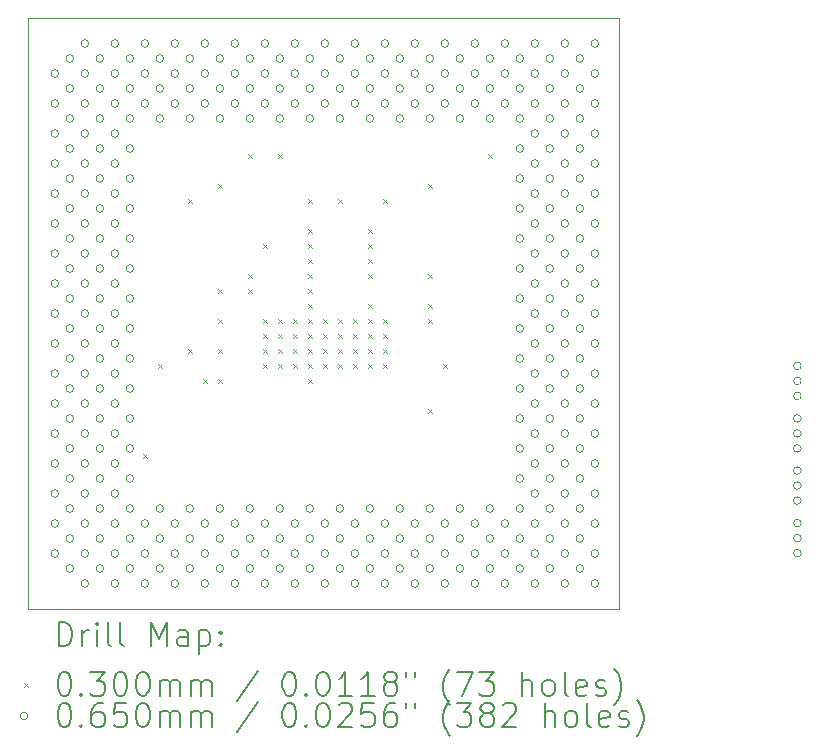
<source format=gbr>
%TF.GenerationSoftware,KiCad,Pcbnew,8.0.2*%
%TF.CreationDate,2024-05-09T20:12:16+03:00*%
%TF.ProjectId,MobileAdapter,4d6f6269-6c65-4416-9461-707465722e6b,rev?*%
%TF.SameCoordinates,Original*%
%TF.FileFunction,Drillmap*%
%TF.FilePolarity,Positive*%
%FSLAX45Y45*%
G04 Gerber Fmt 4.5, Leading zero omitted, Abs format (unit mm)*
G04 Created by KiCad (PCBNEW 8.0.2) date 2024-05-09 20:12:16*
%MOMM*%
%LPD*%
G01*
G04 APERTURE LIST*
%ADD10C,0.100000*%
%ADD11C,0.200000*%
G04 APERTURE END LIST*
D10*
X8793200Y-6644500D02*
X13792200Y-6644500D01*
X13792200Y-11643500D01*
X8793200Y-11643500D01*
X8793200Y-6644500D01*
D11*
D10*
X9764000Y-10335500D02*
X9794000Y-10365500D01*
X9794000Y-10335500D02*
X9764000Y-10365500D01*
X9891000Y-9573500D02*
X9921000Y-9603500D01*
X9921000Y-9573500D02*
X9891000Y-9603500D01*
X10145000Y-8176500D02*
X10175000Y-8206500D01*
X10175000Y-8176500D02*
X10145000Y-8206500D01*
X10145000Y-9446500D02*
X10175000Y-9476500D01*
X10175000Y-9446500D02*
X10145000Y-9476500D01*
X10272000Y-9700500D02*
X10302000Y-9730500D01*
X10302000Y-9700500D02*
X10272000Y-9730500D01*
X10399000Y-8049500D02*
X10429000Y-8079500D01*
X10429000Y-8049500D02*
X10399000Y-8079500D01*
X10399000Y-8938500D02*
X10429000Y-8968500D01*
X10429000Y-8938500D02*
X10399000Y-8968500D01*
X10399000Y-9192500D02*
X10429000Y-9222500D01*
X10429000Y-9192500D02*
X10399000Y-9222500D01*
X10399000Y-9446500D02*
X10429000Y-9476500D01*
X10429000Y-9446500D02*
X10399000Y-9476500D01*
X10399000Y-9700500D02*
X10429000Y-9730500D01*
X10429000Y-9700500D02*
X10399000Y-9730500D01*
X10653000Y-7795500D02*
X10683000Y-7825500D01*
X10683000Y-7795500D02*
X10653000Y-7825500D01*
X10653000Y-8811500D02*
X10683000Y-8841500D01*
X10683000Y-8811500D02*
X10653000Y-8841500D01*
X10653000Y-8938500D02*
X10683000Y-8968500D01*
X10683000Y-8938500D02*
X10653000Y-8968500D01*
X10780000Y-8557500D02*
X10810000Y-8587500D01*
X10810000Y-8557500D02*
X10780000Y-8587500D01*
X10780000Y-9192500D02*
X10810000Y-9222500D01*
X10810000Y-9192500D02*
X10780000Y-9222500D01*
X10780000Y-9319500D02*
X10810000Y-9349500D01*
X10810000Y-9319500D02*
X10780000Y-9349500D01*
X10780000Y-9446500D02*
X10810000Y-9476500D01*
X10810000Y-9446500D02*
X10780000Y-9476500D01*
X10780000Y-9573500D02*
X10810000Y-9603500D01*
X10810000Y-9573500D02*
X10780000Y-9603500D01*
X10907000Y-7795500D02*
X10937000Y-7825500D01*
X10937000Y-7795500D02*
X10907000Y-7825500D01*
X10907000Y-9192500D02*
X10937000Y-9222500D01*
X10937000Y-9192500D02*
X10907000Y-9222500D01*
X10907000Y-9319500D02*
X10937000Y-9349500D01*
X10937000Y-9319500D02*
X10907000Y-9349500D01*
X10907000Y-9446500D02*
X10937000Y-9476500D01*
X10937000Y-9446500D02*
X10907000Y-9476500D01*
X10907000Y-9573500D02*
X10937000Y-9603500D01*
X10937000Y-9573500D02*
X10907000Y-9603500D01*
X11034000Y-9192500D02*
X11064000Y-9222500D01*
X11064000Y-9192500D02*
X11034000Y-9222500D01*
X11034000Y-9319500D02*
X11064000Y-9349500D01*
X11064000Y-9319500D02*
X11034000Y-9349500D01*
X11034000Y-9446500D02*
X11064000Y-9476500D01*
X11064000Y-9446500D02*
X11034000Y-9476500D01*
X11034000Y-9573500D02*
X11064000Y-9603500D01*
X11064000Y-9573500D02*
X11034000Y-9603500D01*
X11161000Y-8176500D02*
X11191000Y-8206500D01*
X11191000Y-8176500D02*
X11161000Y-8206500D01*
X11161000Y-8430500D02*
X11191000Y-8460500D01*
X11191000Y-8430500D02*
X11161000Y-8460500D01*
X11161000Y-8557500D02*
X11191000Y-8587500D01*
X11191000Y-8557500D02*
X11161000Y-8587500D01*
X11161000Y-8684500D02*
X11191000Y-8714500D01*
X11191000Y-8684500D02*
X11161000Y-8714500D01*
X11161000Y-8811500D02*
X11191000Y-8841500D01*
X11191000Y-8811500D02*
X11161000Y-8841500D01*
X11161000Y-8938500D02*
X11191000Y-8968500D01*
X11191000Y-8938500D02*
X11161000Y-8968500D01*
X11161000Y-9065500D02*
X11191000Y-9095500D01*
X11191000Y-9065500D02*
X11161000Y-9095500D01*
X11161000Y-9192500D02*
X11191000Y-9222500D01*
X11191000Y-9192500D02*
X11161000Y-9222500D01*
X11161000Y-9319500D02*
X11191000Y-9349500D01*
X11191000Y-9319500D02*
X11161000Y-9349500D01*
X11161000Y-9446500D02*
X11191000Y-9476500D01*
X11191000Y-9446500D02*
X11161000Y-9476500D01*
X11161000Y-9573500D02*
X11191000Y-9603500D01*
X11191000Y-9573500D02*
X11161000Y-9603500D01*
X11161000Y-9700500D02*
X11191000Y-9730500D01*
X11191000Y-9700500D02*
X11161000Y-9730500D01*
X11288000Y-9192500D02*
X11318000Y-9222500D01*
X11318000Y-9192500D02*
X11288000Y-9222500D01*
X11288000Y-9319500D02*
X11318000Y-9349500D01*
X11318000Y-9319500D02*
X11288000Y-9349500D01*
X11288000Y-9446500D02*
X11318000Y-9476500D01*
X11318000Y-9446500D02*
X11288000Y-9476500D01*
X11288000Y-9573500D02*
X11318000Y-9603500D01*
X11318000Y-9573500D02*
X11288000Y-9603500D01*
X11415000Y-8176500D02*
X11445000Y-8206500D01*
X11445000Y-8176500D02*
X11415000Y-8206500D01*
X11415000Y-9192500D02*
X11445000Y-9222500D01*
X11445000Y-9192500D02*
X11415000Y-9222500D01*
X11415000Y-9319500D02*
X11445000Y-9349500D01*
X11445000Y-9319500D02*
X11415000Y-9349500D01*
X11415000Y-9446500D02*
X11445000Y-9476500D01*
X11445000Y-9446500D02*
X11415000Y-9476500D01*
X11415000Y-9573500D02*
X11445000Y-9603500D01*
X11445000Y-9573500D02*
X11415000Y-9603500D01*
X11542000Y-9192500D02*
X11572000Y-9222500D01*
X11572000Y-9192500D02*
X11542000Y-9222500D01*
X11542000Y-9319500D02*
X11572000Y-9349500D01*
X11572000Y-9319500D02*
X11542000Y-9349500D01*
X11542000Y-9446500D02*
X11572000Y-9476500D01*
X11572000Y-9446500D02*
X11542000Y-9476500D01*
X11542000Y-9573500D02*
X11572000Y-9603500D01*
X11572000Y-9573500D02*
X11542000Y-9603500D01*
X11669000Y-8430500D02*
X11699000Y-8460500D01*
X11699000Y-8430500D02*
X11669000Y-8460500D01*
X11669000Y-8557500D02*
X11699000Y-8587500D01*
X11699000Y-8557500D02*
X11669000Y-8587500D01*
X11669000Y-8684500D02*
X11699000Y-8714500D01*
X11699000Y-8684500D02*
X11669000Y-8714500D01*
X11669000Y-8811500D02*
X11699000Y-8841500D01*
X11699000Y-8811500D02*
X11669000Y-8841500D01*
X11669000Y-9065500D02*
X11699000Y-9095500D01*
X11699000Y-9065500D02*
X11669000Y-9095500D01*
X11669000Y-9192500D02*
X11699000Y-9222500D01*
X11699000Y-9192500D02*
X11669000Y-9222500D01*
X11669000Y-9319500D02*
X11699000Y-9349500D01*
X11699000Y-9319500D02*
X11669000Y-9349500D01*
X11669000Y-9446500D02*
X11699000Y-9476500D01*
X11699000Y-9446500D02*
X11669000Y-9476500D01*
X11669000Y-9573500D02*
X11699000Y-9603500D01*
X11699000Y-9573500D02*
X11669000Y-9603500D01*
X11796000Y-8176500D02*
X11826000Y-8206500D01*
X11826000Y-8176500D02*
X11796000Y-8206500D01*
X11796000Y-9192500D02*
X11826000Y-9222500D01*
X11826000Y-9192500D02*
X11796000Y-9222500D01*
X11796000Y-9319500D02*
X11826000Y-9349500D01*
X11826000Y-9319500D02*
X11796000Y-9349500D01*
X11796000Y-9446500D02*
X11826000Y-9476500D01*
X11826000Y-9446500D02*
X11796000Y-9476500D01*
X11796000Y-9573500D02*
X11826000Y-9603500D01*
X11826000Y-9573500D02*
X11796000Y-9603500D01*
X12177000Y-8049500D02*
X12207000Y-8079500D01*
X12207000Y-8049500D02*
X12177000Y-8079500D01*
X12177000Y-8811500D02*
X12207000Y-8841500D01*
X12207000Y-8811500D02*
X12177000Y-8841500D01*
X12177000Y-9065500D02*
X12207000Y-9095500D01*
X12207000Y-9065500D02*
X12177000Y-9095500D01*
X12177000Y-9192500D02*
X12207000Y-9222500D01*
X12207000Y-9192500D02*
X12177000Y-9222500D01*
X12177000Y-9954500D02*
X12207000Y-9984500D01*
X12207000Y-9954500D02*
X12177000Y-9984500D01*
X12304000Y-9573500D02*
X12334000Y-9603500D01*
X12334000Y-9573500D02*
X12304000Y-9603500D01*
X12685000Y-7795500D02*
X12715000Y-7825500D01*
X12715000Y-7795500D02*
X12685000Y-7825500D01*
X9049500Y-7112000D02*
G75*
G02*
X8984500Y-7112000I-32500J0D01*
G01*
X8984500Y-7112000D02*
G75*
G02*
X9049500Y-7112000I32500J0D01*
G01*
X9049500Y-7366000D02*
G75*
G02*
X8984500Y-7366000I-32500J0D01*
G01*
X8984500Y-7366000D02*
G75*
G02*
X9049500Y-7366000I32500J0D01*
G01*
X9049500Y-7620000D02*
G75*
G02*
X8984500Y-7620000I-32500J0D01*
G01*
X8984500Y-7620000D02*
G75*
G02*
X9049500Y-7620000I32500J0D01*
G01*
X9049500Y-7874000D02*
G75*
G02*
X8984500Y-7874000I-32500J0D01*
G01*
X8984500Y-7874000D02*
G75*
G02*
X9049500Y-7874000I32500J0D01*
G01*
X9049500Y-8128000D02*
G75*
G02*
X8984500Y-8128000I-32500J0D01*
G01*
X8984500Y-8128000D02*
G75*
G02*
X9049500Y-8128000I32500J0D01*
G01*
X9049500Y-8382000D02*
G75*
G02*
X8984500Y-8382000I-32500J0D01*
G01*
X8984500Y-8382000D02*
G75*
G02*
X9049500Y-8382000I32500J0D01*
G01*
X9049500Y-8636000D02*
G75*
G02*
X8984500Y-8636000I-32500J0D01*
G01*
X8984500Y-8636000D02*
G75*
G02*
X9049500Y-8636000I32500J0D01*
G01*
X9049500Y-8890000D02*
G75*
G02*
X8984500Y-8890000I-32500J0D01*
G01*
X8984500Y-8890000D02*
G75*
G02*
X9049500Y-8890000I32500J0D01*
G01*
X9049500Y-9144000D02*
G75*
G02*
X8984500Y-9144000I-32500J0D01*
G01*
X8984500Y-9144000D02*
G75*
G02*
X9049500Y-9144000I32500J0D01*
G01*
X9049500Y-9398000D02*
G75*
G02*
X8984500Y-9398000I-32500J0D01*
G01*
X8984500Y-9398000D02*
G75*
G02*
X9049500Y-9398000I32500J0D01*
G01*
X9049500Y-9652000D02*
G75*
G02*
X8984500Y-9652000I-32500J0D01*
G01*
X8984500Y-9652000D02*
G75*
G02*
X9049500Y-9652000I32500J0D01*
G01*
X9049500Y-9906000D02*
G75*
G02*
X8984500Y-9906000I-32500J0D01*
G01*
X8984500Y-9906000D02*
G75*
G02*
X9049500Y-9906000I32500J0D01*
G01*
X9049500Y-10160000D02*
G75*
G02*
X8984500Y-10160000I-32500J0D01*
G01*
X8984500Y-10160000D02*
G75*
G02*
X9049500Y-10160000I32500J0D01*
G01*
X9049500Y-10414000D02*
G75*
G02*
X8984500Y-10414000I-32500J0D01*
G01*
X8984500Y-10414000D02*
G75*
G02*
X9049500Y-10414000I32500J0D01*
G01*
X9049500Y-10668000D02*
G75*
G02*
X8984500Y-10668000I-32500J0D01*
G01*
X8984500Y-10668000D02*
G75*
G02*
X9049500Y-10668000I32500J0D01*
G01*
X9049500Y-10922000D02*
G75*
G02*
X8984500Y-10922000I-32500J0D01*
G01*
X8984500Y-10922000D02*
G75*
G02*
X9049500Y-10922000I32500J0D01*
G01*
X9049500Y-11176000D02*
G75*
G02*
X8984500Y-11176000I-32500J0D01*
G01*
X8984500Y-11176000D02*
G75*
G02*
X9049500Y-11176000I32500J0D01*
G01*
X9176500Y-6985000D02*
G75*
G02*
X9111500Y-6985000I-32500J0D01*
G01*
X9111500Y-6985000D02*
G75*
G02*
X9176500Y-6985000I32500J0D01*
G01*
X9176500Y-7239000D02*
G75*
G02*
X9111500Y-7239000I-32500J0D01*
G01*
X9111500Y-7239000D02*
G75*
G02*
X9176500Y-7239000I32500J0D01*
G01*
X9176500Y-7493000D02*
G75*
G02*
X9111500Y-7493000I-32500J0D01*
G01*
X9111500Y-7493000D02*
G75*
G02*
X9176500Y-7493000I32500J0D01*
G01*
X9176500Y-7747000D02*
G75*
G02*
X9111500Y-7747000I-32500J0D01*
G01*
X9111500Y-7747000D02*
G75*
G02*
X9176500Y-7747000I32500J0D01*
G01*
X9176500Y-8001000D02*
G75*
G02*
X9111500Y-8001000I-32500J0D01*
G01*
X9111500Y-8001000D02*
G75*
G02*
X9176500Y-8001000I32500J0D01*
G01*
X9176500Y-8255000D02*
G75*
G02*
X9111500Y-8255000I-32500J0D01*
G01*
X9111500Y-8255000D02*
G75*
G02*
X9176500Y-8255000I32500J0D01*
G01*
X9176500Y-8509000D02*
G75*
G02*
X9111500Y-8509000I-32500J0D01*
G01*
X9111500Y-8509000D02*
G75*
G02*
X9176500Y-8509000I32500J0D01*
G01*
X9176500Y-8763000D02*
G75*
G02*
X9111500Y-8763000I-32500J0D01*
G01*
X9111500Y-8763000D02*
G75*
G02*
X9176500Y-8763000I32500J0D01*
G01*
X9176500Y-9017000D02*
G75*
G02*
X9111500Y-9017000I-32500J0D01*
G01*
X9111500Y-9017000D02*
G75*
G02*
X9176500Y-9017000I32500J0D01*
G01*
X9176500Y-9271000D02*
G75*
G02*
X9111500Y-9271000I-32500J0D01*
G01*
X9111500Y-9271000D02*
G75*
G02*
X9176500Y-9271000I32500J0D01*
G01*
X9176500Y-9525000D02*
G75*
G02*
X9111500Y-9525000I-32500J0D01*
G01*
X9111500Y-9525000D02*
G75*
G02*
X9176500Y-9525000I32500J0D01*
G01*
X9176500Y-9779000D02*
G75*
G02*
X9111500Y-9779000I-32500J0D01*
G01*
X9111500Y-9779000D02*
G75*
G02*
X9176500Y-9779000I32500J0D01*
G01*
X9176500Y-10033000D02*
G75*
G02*
X9111500Y-10033000I-32500J0D01*
G01*
X9111500Y-10033000D02*
G75*
G02*
X9176500Y-10033000I32500J0D01*
G01*
X9176500Y-10287000D02*
G75*
G02*
X9111500Y-10287000I-32500J0D01*
G01*
X9111500Y-10287000D02*
G75*
G02*
X9176500Y-10287000I32500J0D01*
G01*
X9176500Y-10541000D02*
G75*
G02*
X9111500Y-10541000I-32500J0D01*
G01*
X9111500Y-10541000D02*
G75*
G02*
X9176500Y-10541000I32500J0D01*
G01*
X9176500Y-10795000D02*
G75*
G02*
X9111500Y-10795000I-32500J0D01*
G01*
X9111500Y-10795000D02*
G75*
G02*
X9176500Y-10795000I32500J0D01*
G01*
X9176500Y-11049000D02*
G75*
G02*
X9111500Y-11049000I-32500J0D01*
G01*
X9111500Y-11049000D02*
G75*
G02*
X9176500Y-11049000I32500J0D01*
G01*
X9176500Y-11303000D02*
G75*
G02*
X9111500Y-11303000I-32500J0D01*
G01*
X9111500Y-11303000D02*
G75*
G02*
X9176500Y-11303000I32500J0D01*
G01*
X9303500Y-6858000D02*
G75*
G02*
X9238500Y-6858000I-32500J0D01*
G01*
X9238500Y-6858000D02*
G75*
G02*
X9303500Y-6858000I32500J0D01*
G01*
X9303500Y-7112000D02*
G75*
G02*
X9238500Y-7112000I-32500J0D01*
G01*
X9238500Y-7112000D02*
G75*
G02*
X9303500Y-7112000I32500J0D01*
G01*
X9303500Y-7366000D02*
G75*
G02*
X9238500Y-7366000I-32500J0D01*
G01*
X9238500Y-7366000D02*
G75*
G02*
X9303500Y-7366000I32500J0D01*
G01*
X9303500Y-7620000D02*
G75*
G02*
X9238500Y-7620000I-32500J0D01*
G01*
X9238500Y-7620000D02*
G75*
G02*
X9303500Y-7620000I32500J0D01*
G01*
X9303500Y-7874000D02*
G75*
G02*
X9238500Y-7874000I-32500J0D01*
G01*
X9238500Y-7874000D02*
G75*
G02*
X9303500Y-7874000I32500J0D01*
G01*
X9303500Y-8128000D02*
G75*
G02*
X9238500Y-8128000I-32500J0D01*
G01*
X9238500Y-8128000D02*
G75*
G02*
X9303500Y-8128000I32500J0D01*
G01*
X9303500Y-8382000D02*
G75*
G02*
X9238500Y-8382000I-32500J0D01*
G01*
X9238500Y-8382000D02*
G75*
G02*
X9303500Y-8382000I32500J0D01*
G01*
X9303500Y-8636000D02*
G75*
G02*
X9238500Y-8636000I-32500J0D01*
G01*
X9238500Y-8636000D02*
G75*
G02*
X9303500Y-8636000I32500J0D01*
G01*
X9303500Y-8890000D02*
G75*
G02*
X9238500Y-8890000I-32500J0D01*
G01*
X9238500Y-8890000D02*
G75*
G02*
X9303500Y-8890000I32500J0D01*
G01*
X9303500Y-9144000D02*
G75*
G02*
X9238500Y-9144000I-32500J0D01*
G01*
X9238500Y-9144000D02*
G75*
G02*
X9303500Y-9144000I32500J0D01*
G01*
X9303500Y-9398000D02*
G75*
G02*
X9238500Y-9398000I-32500J0D01*
G01*
X9238500Y-9398000D02*
G75*
G02*
X9303500Y-9398000I32500J0D01*
G01*
X9303500Y-9652000D02*
G75*
G02*
X9238500Y-9652000I-32500J0D01*
G01*
X9238500Y-9652000D02*
G75*
G02*
X9303500Y-9652000I32500J0D01*
G01*
X9303500Y-9906000D02*
G75*
G02*
X9238500Y-9906000I-32500J0D01*
G01*
X9238500Y-9906000D02*
G75*
G02*
X9303500Y-9906000I32500J0D01*
G01*
X9303500Y-10160000D02*
G75*
G02*
X9238500Y-10160000I-32500J0D01*
G01*
X9238500Y-10160000D02*
G75*
G02*
X9303500Y-10160000I32500J0D01*
G01*
X9303500Y-10414000D02*
G75*
G02*
X9238500Y-10414000I-32500J0D01*
G01*
X9238500Y-10414000D02*
G75*
G02*
X9303500Y-10414000I32500J0D01*
G01*
X9303500Y-10668000D02*
G75*
G02*
X9238500Y-10668000I-32500J0D01*
G01*
X9238500Y-10668000D02*
G75*
G02*
X9303500Y-10668000I32500J0D01*
G01*
X9303500Y-10922000D02*
G75*
G02*
X9238500Y-10922000I-32500J0D01*
G01*
X9238500Y-10922000D02*
G75*
G02*
X9303500Y-10922000I32500J0D01*
G01*
X9303500Y-11176000D02*
G75*
G02*
X9238500Y-11176000I-32500J0D01*
G01*
X9238500Y-11176000D02*
G75*
G02*
X9303500Y-11176000I32500J0D01*
G01*
X9303500Y-11430000D02*
G75*
G02*
X9238500Y-11430000I-32500J0D01*
G01*
X9238500Y-11430000D02*
G75*
G02*
X9303500Y-11430000I32500J0D01*
G01*
X9430500Y-6985000D02*
G75*
G02*
X9365500Y-6985000I-32500J0D01*
G01*
X9365500Y-6985000D02*
G75*
G02*
X9430500Y-6985000I32500J0D01*
G01*
X9430500Y-7239000D02*
G75*
G02*
X9365500Y-7239000I-32500J0D01*
G01*
X9365500Y-7239000D02*
G75*
G02*
X9430500Y-7239000I32500J0D01*
G01*
X9430500Y-7493000D02*
G75*
G02*
X9365500Y-7493000I-32500J0D01*
G01*
X9365500Y-7493000D02*
G75*
G02*
X9430500Y-7493000I32500J0D01*
G01*
X9430500Y-7747000D02*
G75*
G02*
X9365500Y-7747000I-32500J0D01*
G01*
X9365500Y-7747000D02*
G75*
G02*
X9430500Y-7747000I32500J0D01*
G01*
X9430500Y-8001000D02*
G75*
G02*
X9365500Y-8001000I-32500J0D01*
G01*
X9365500Y-8001000D02*
G75*
G02*
X9430500Y-8001000I32500J0D01*
G01*
X9430500Y-8255000D02*
G75*
G02*
X9365500Y-8255000I-32500J0D01*
G01*
X9365500Y-8255000D02*
G75*
G02*
X9430500Y-8255000I32500J0D01*
G01*
X9430500Y-8509000D02*
G75*
G02*
X9365500Y-8509000I-32500J0D01*
G01*
X9365500Y-8509000D02*
G75*
G02*
X9430500Y-8509000I32500J0D01*
G01*
X9430500Y-8763000D02*
G75*
G02*
X9365500Y-8763000I-32500J0D01*
G01*
X9365500Y-8763000D02*
G75*
G02*
X9430500Y-8763000I32500J0D01*
G01*
X9430500Y-9017000D02*
G75*
G02*
X9365500Y-9017000I-32500J0D01*
G01*
X9365500Y-9017000D02*
G75*
G02*
X9430500Y-9017000I32500J0D01*
G01*
X9430500Y-9271000D02*
G75*
G02*
X9365500Y-9271000I-32500J0D01*
G01*
X9365500Y-9271000D02*
G75*
G02*
X9430500Y-9271000I32500J0D01*
G01*
X9430500Y-9525000D02*
G75*
G02*
X9365500Y-9525000I-32500J0D01*
G01*
X9365500Y-9525000D02*
G75*
G02*
X9430500Y-9525000I32500J0D01*
G01*
X9430500Y-9779000D02*
G75*
G02*
X9365500Y-9779000I-32500J0D01*
G01*
X9365500Y-9779000D02*
G75*
G02*
X9430500Y-9779000I32500J0D01*
G01*
X9430500Y-10033000D02*
G75*
G02*
X9365500Y-10033000I-32500J0D01*
G01*
X9365500Y-10033000D02*
G75*
G02*
X9430500Y-10033000I32500J0D01*
G01*
X9430500Y-10287000D02*
G75*
G02*
X9365500Y-10287000I-32500J0D01*
G01*
X9365500Y-10287000D02*
G75*
G02*
X9430500Y-10287000I32500J0D01*
G01*
X9430500Y-10541000D02*
G75*
G02*
X9365500Y-10541000I-32500J0D01*
G01*
X9365500Y-10541000D02*
G75*
G02*
X9430500Y-10541000I32500J0D01*
G01*
X9430500Y-10795000D02*
G75*
G02*
X9365500Y-10795000I-32500J0D01*
G01*
X9365500Y-10795000D02*
G75*
G02*
X9430500Y-10795000I32500J0D01*
G01*
X9430500Y-11049000D02*
G75*
G02*
X9365500Y-11049000I-32500J0D01*
G01*
X9365500Y-11049000D02*
G75*
G02*
X9430500Y-11049000I32500J0D01*
G01*
X9430500Y-11303000D02*
G75*
G02*
X9365500Y-11303000I-32500J0D01*
G01*
X9365500Y-11303000D02*
G75*
G02*
X9430500Y-11303000I32500J0D01*
G01*
X9557500Y-6858000D02*
G75*
G02*
X9492500Y-6858000I-32500J0D01*
G01*
X9492500Y-6858000D02*
G75*
G02*
X9557500Y-6858000I32500J0D01*
G01*
X9557500Y-7112000D02*
G75*
G02*
X9492500Y-7112000I-32500J0D01*
G01*
X9492500Y-7112000D02*
G75*
G02*
X9557500Y-7112000I32500J0D01*
G01*
X9557500Y-7366000D02*
G75*
G02*
X9492500Y-7366000I-32500J0D01*
G01*
X9492500Y-7366000D02*
G75*
G02*
X9557500Y-7366000I32500J0D01*
G01*
X9557500Y-7620000D02*
G75*
G02*
X9492500Y-7620000I-32500J0D01*
G01*
X9492500Y-7620000D02*
G75*
G02*
X9557500Y-7620000I32500J0D01*
G01*
X9557500Y-7874000D02*
G75*
G02*
X9492500Y-7874000I-32500J0D01*
G01*
X9492500Y-7874000D02*
G75*
G02*
X9557500Y-7874000I32500J0D01*
G01*
X9557500Y-8128000D02*
G75*
G02*
X9492500Y-8128000I-32500J0D01*
G01*
X9492500Y-8128000D02*
G75*
G02*
X9557500Y-8128000I32500J0D01*
G01*
X9557500Y-8382000D02*
G75*
G02*
X9492500Y-8382000I-32500J0D01*
G01*
X9492500Y-8382000D02*
G75*
G02*
X9557500Y-8382000I32500J0D01*
G01*
X9557500Y-8636000D02*
G75*
G02*
X9492500Y-8636000I-32500J0D01*
G01*
X9492500Y-8636000D02*
G75*
G02*
X9557500Y-8636000I32500J0D01*
G01*
X9557500Y-8890000D02*
G75*
G02*
X9492500Y-8890000I-32500J0D01*
G01*
X9492500Y-8890000D02*
G75*
G02*
X9557500Y-8890000I32500J0D01*
G01*
X9557500Y-9144000D02*
G75*
G02*
X9492500Y-9144000I-32500J0D01*
G01*
X9492500Y-9144000D02*
G75*
G02*
X9557500Y-9144000I32500J0D01*
G01*
X9557500Y-9398000D02*
G75*
G02*
X9492500Y-9398000I-32500J0D01*
G01*
X9492500Y-9398000D02*
G75*
G02*
X9557500Y-9398000I32500J0D01*
G01*
X9557500Y-9652000D02*
G75*
G02*
X9492500Y-9652000I-32500J0D01*
G01*
X9492500Y-9652000D02*
G75*
G02*
X9557500Y-9652000I32500J0D01*
G01*
X9557500Y-9906000D02*
G75*
G02*
X9492500Y-9906000I-32500J0D01*
G01*
X9492500Y-9906000D02*
G75*
G02*
X9557500Y-9906000I32500J0D01*
G01*
X9557500Y-10160000D02*
G75*
G02*
X9492500Y-10160000I-32500J0D01*
G01*
X9492500Y-10160000D02*
G75*
G02*
X9557500Y-10160000I32500J0D01*
G01*
X9557500Y-10414000D02*
G75*
G02*
X9492500Y-10414000I-32500J0D01*
G01*
X9492500Y-10414000D02*
G75*
G02*
X9557500Y-10414000I32500J0D01*
G01*
X9557500Y-10668000D02*
G75*
G02*
X9492500Y-10668000I-32500J0D01*
G01*
X9492500Y-10668000D02*
G75*
G02*
X9557500Y-10668000I32500J0D01*
G01*
X9557500Y-10922000D02*
G75*
G02*
X9492500Y-10922000I-32500J0D01*
G01*
X9492500Y-10922000D02*
G75*
G02*
X9557500Y-10922000I32500J0D01*
G01*
X9557500Y-11176000D02*
G75*
G02*
X9492500Y-11176000I-32500J0D01*
G01*
X9492500Y-11176000D02*
G75*
G02*
X9557500Y-11176000I32500J0D01*
G01*
X9557500Y-11430000D02*
G75*
G02*
X9492500Y-11430000I-32500J0D01*
G01*
X9492500Y-11430000D02*
G75*
G02*
X9557500Y-11430000I32500J0D01*
G01*
X9684500Y-6985000D02*
G75*
G02*
X9619500Y-6985000I-32500J0D01*
G01*
X9619500Y-6985000D02*
G75*
G02*
X9684500Y-6985000I32500J0D01*
G01*
X9684500Y-7239000D02*
G75*
G02*
X9619500Y-7239000I-32500J0D01*
G01*
X9619500Y-7239000D02*
G75*
G02*
X9684500Y-7239000I32500J0D01*
G01*
X9684500Y-7493000D02*
G75*
G02*
X9619500Y-7493000I-32500J0D01*
G01*
X9619500Y-7493000D02*
G75*
G02*
X9684500Y-7493000I32500J0D01*
G01*
X9684500Y-7747000D02*
G75*
G02*
X9619500Y-7747000I-32500J0D01*
G01*
X9619500Y-7747000D02*
G75*
G02*
X9684500Y-7747000I32500J0D01*
G01*
X9684500Y-8001000D02*
G75*
G02*
X9619500Y-8001000I-32500J0D01*
G01*
X9619500Y-8001000D02*
G75*
G02*
X9684500Y-8001000I32500J0D01*
G01*
X9684500Y-8255000D02*
G75*
G02*
X9619500Y-8255000I-32500J0D01*
G01*
X9619500Y-8255000D02*
G75*
G02*
X9684500Y-8255000I32500J0D01*
G01*
X9684500Y-8509000D02*
G75*
G02*
X9619500Y-8509000I-32500J0D01*
G01*
X9619500Y-8509000D02*
G75*
G02*
X9684500Y-8509000I32500J0D01*
G01*
X9684500Y-8763000D02*
G75*
G02*
X9619500Y-8763000I-32500J0D01*
G01*
X9619500Y-8763000D02*
G75*
G02*
X9684500Y-8763000I32500J0D01*
G01*
X9684500Y-9017000D02*
G75*
G02*
X9619500Y-9017000I-32500J0D01*
G01*
X9619500Y-9017000D02*
G75*
G02*
X9684500Y-9017000I32500J0D01*
G01*
X9684500Y-9271000D02*
G75*
G02*
X9619500Y-9271000I-32500J0D01*
G01*
X9619500Y-9271000D02*
G75*
G02*
X9684500Y-9271000I32500J0D01*
G01*
X9684500Y-9525000D02*
G75*
G02*
X9619500Y-9525000I-32500J0D01*
G01*
X9619500Y-9525000D02*
G75*
G02*
X9684500Y-9525000I32500J0D01*
G01*
X9684500Y-9779000D02*
G75*
G02*
X9619500Y-9779000I-32500J0D01*
G01*
X9619500Y-9779000D02*
G75*
G02*
X9684500Y-9779000I32500J0D01*
G01*
X9684500Y-10033000D02*
G75*
G02*
X9619500Y-10033000I-32500J0D01*
G01*
X9619500Y-10033000D02*
G75*
G02*
X9684500Y-10033000I32500J0D01*
G01*
X9684500Y-10287000D02*
G75*
G02*
X9619500Y-10287000I-32500J0D01*
G01*
X9619500Y-10287000D02*
G75*
G02*
X9684500Y-10287000I32500J0D01*
G01*
X9684500Y-10541000D02*
G75*
G02*
X9619500Y-10541000I-32500J0D01*
G01*
X9619500Y-10541000D02*
G75*
G02*
X9684500Y-10541000I32500J0D01*
G01*
X9684500Y-10795000D02*
G75*
G02*
X9619500Y-10795000I-32500J0D01*
G01*
X9619500Y-10795000D02*
G75*
G02*
X9684500Y-10795000I32500J0D01*
G01*
X9684500Y-11049000D02*
G75*
G02*
X9619500Y-11049000I-32500J0D01*
G01*
X9619500Y-11049000D02*
G75*
G02*
X9684500Y-11049000I32500J0D01*
G01*
X9684500Y-11303000D02*
G75*
G02*
X9619500Y-11303000I-32500J0D01*
G01*
X9619500Y-11303000D02*
G75*
G02*
X9684500Y-11303000I32500J0D01*
G01*
X9811500Y-6858000D02*
G75*
G02*
X9746500Y-6858000I-32500J0D01*
G01*
X9746500Y-6858000D02*
G75*
G02*
X9811500Y-6858000I32500J0D01*
G01*
X9811500Y-7112000D02*
G75*
G02*
X9746500Y-7112000I-32500J0D01*
G01*
X9746500Y-7112000D02*
G75*
G02*
X9811500Y-7112000I32500J0D01*
G01*
X9811500Y-7366000D02*
G75*
G02*
X9746500Y-7366000I-32500J0D01*
G01*
X9746500Y-7366000D02*
G75*
G02*
X9811500Y-7366000I32500J0D01*
G01*
X9811500Y-10922000D02*
G75*
G02*
X9746500Y-10922000I-32500J0D01*
G01*
X9746500Y-10922000D02*
G75*
G02*
X9811500Y-10922000I32500J0D01*
G01*
X9811500Y-11176000D02*
G75*
G02*
X9746500Y-11176000I-32500J0D01*
G01*
X9746500Y-11176000D02*
G75*
G02*
X9811500Y-11176000I32500J0D01*
G01*
X9811500Y-11430000D02*
G75*
G02*
X9746500Y-11430000I-32500J0D01*
G01*
X9746500Y-11430000D02*
G75*
G02*
X9811500Y-11430000I32500J0D01*
G01*
X9938500Y-6985000D02*
G75*
G02*
X9873500Y-6985000I-32500J0D01*
G01*
X9873500Y-6985000D02*
G75*
G02*
X9938500Y-6985000I32500J0D01*
G01*
X9938500Y-7239000D02*
G75*
G02*
X9873500Y-7239000I-32500J0D01*
G01*
X9873500Y-7239000D02*
G75*
G02*
X9938500Y-7239000I32500J0D01*
G01*
X9938500Y-7493000D02*
G75*
G02*
X9873500Y-7493000I-32500J0D01*
G01*
X9873500Y-7493000D02*
G75*
G02*
X9938500Y-7493000I32500J0D01*
G01*
X9938500Y-10795000D02*
G75*
G02*
X9873500Y-10795000I-32500J0D01*
G01*
X9873500Y-10795000D02*
G75*
G02*
X9938500Y-10795000I32500J0D01*
G01*
X9938500Y-11049000D02*
G75*
G02*
X9873500Y-11049000I-32500J0D01*
G01*
X9873500Y-11049000D02*
G75*
G02*
X9938500Y-11049000I32500J0D01*
G01*
X9938500Y-11303000D02*
G75*
G02*
X9873500Y-11303000I-32500J0D01*
G01*
X9873500Y-11303000D02*
G75*
G02*
X9938500Y-11303000I32500J0D01*
G01*
X10065500Y-6858000D02*
G75*
G02*
X10000500Y-6858000I-32500J0D01*
G01*
X10000500Y-6858000D02*
G75*
G02*
X10065500Y-6858000I32500J0D01*
G01*
X10065500Y-7112000D02*
G75*
G02*
X10000500Y-7112000I-32500J0D01*
G01*
X10000500Y-7112000D02*
G75*
G02*
X10065500Y-7112000I32500J0D01*
G01*
X10065500Y-7366000D02*
G75*
G02*
X10000500Y-7366000I-32500J0D01*
G01*
X10000500Y-7366000D02*
G75*
G02*
X10065500Y-7366000I32500J0D01*
G01*
X10065500Y-10922000D02*
G75*
G02*
X10000500Y-10922000I-32500J0D01*
G01*
X10000500Y-10922000D02*
G75*
G02*
X10065500Y-10922000I32500J0D01*
G01*
X10065500Y-11176000D02*
G75*
G02*
X10000500Y-11176000I-32500J0D01*
G01*
X10000500Y-11176000D02*
G75*
G02*
X10065500Y-11176000I32500J0D01*
G01*
X10065500Y-11430000D02*
G75*
G02*
X10000500Y-11430000I-32500J0D01*
G01*
X10000500Y-11430000D02*
G75*
G02*
X10065500Y-11430000I32500J0D01*
G01*
X10192500Y-6985000D02*
G75*
G02*
X10127500Y-6985000I-32500J0D01*
G01*
X10127500Y-6985000D02*
G75*
G02*
X10192500Y-6985000I32500J0D01*
G01*
X10192500Y-7239000D02*
G75*
G02*
X10127500Y-7239000I-32500J0D01*
G01*
X10127500Y-7239000D02*
G75*
G02*
X10192500Y-7239000I32500J0D01*
G01*
X10192500Y-7493000D02*
G75*
G02*
X10127500Y-7493000I-32500J0D01*
G01*
X10127500Y-7493000D02*
G75*
G02*
X10192500Y-7493000I32500J0D01*
G01*
X10192500Y-10795000D02*
G75*
G02*
X10127500Y-10795000I-32500J0D01*
G01*
X10127500Y-10795000D02*
G75*
G02*
X10192500Y-10795000I32500J0D01*
G01*
X10192500Y-11049000D02*
G75*
G02*
X10127500Y-11049000I-32500J0D01*
G01*
X10127500Y-11049000D02*
G75*
G02*
X10192500Y-11049000I32500J0D01*
G01*
X10192500Y-11303000D02*
G75*
G02*
X10127500Y-11303000I-32500J0D01*
G01*
X10127500Y-11303000D02*
G75*
G02*
X10192500Y-11303000I32500J0D01*
G01*
X10319500Y-6858000D02*
G75*
G02*
X10254500Y-6858000I-32500J0D01*
G01*
X10254500Y-6858000D02*
G75*
G02*
X10319500Y-6858000I32500J0D01*
G01*
X10319500Y-7112000D02*
G75*
G02*
X10254500Y-7112000I-32500J0D01*
G01*
X10254500Y-7112000D02*
G75*
G02*
X10319500Y-7112000I32500J0D01*
G01*
X10319500Y-7366000D02*
G75*
G02*
X10254500Y-7366000I-32500J0D01*
G01*
X10254500Y-7366000D02*
G75*
G02*
X10319500Y-7366000I32500J0D01*
G01*
X10319500Y-10922000D02*
G75*
G02*
X10254500Y-10922000I-32500J0D01*
G01*
X10254500Y-10922000D02*
G75*
G02*
X10319500Y-10922000I32500J0D01*
G01*
X10319500Y-11176000D02*
G75*
G02*
X10254500Y-11176000I-32500J0D01*
G01*
X10254500Y-11176000D02*
G75*
G02*
X10319500Y-11176000I32500J0D01*
G01*
X10319500Y-11430000D02*
G75*
G02*
X10254500Y-11430000I-32500J0D01*
G01*
X10254500Y-11430000D02*
G75*
G02*
X10319500Y-11430000I32500J0D01*
G01*
X10446500Y-6985000D02*
G75*
G02*
X10381500Y-6985000I-32500J0D01*
G01*
X10381500Y-6985000D02*
G75*
G02*
X10446500Y-6985000I32500J0D01*
G01*
X10446500Y-7239000D02*
G75*
G02*
X10381500Y-7239000I-32500J0D01*
G01*
X10381500Y-7239000D02*
G75*
G02*
X10446500Y-7239000I32500J0D01*
G01*
X10446500Y-7493000D02*
G75*
G02*
X10381500Y-7493000I-32500J0D01*
G01*
X10381500Y-7493000D02*
G75*
G02*
X10446500Y-7493000I32500J0D01*
G01*
X10446500Y-10795000D02*
G75*
G02*
X10381500Y-10795000I-32500J0D01*
G01*
X10381500Y-10795000D02*
G75*
G02*
X10446500Y-10795000I32500J0D01*
G01*
X10446500Y-11049000D02*
G75*
G02*
X10381500Y-11049000I-32500J0D01*
G01*
X10381500Y-11049000D02*
G75*
G02*
X10446500Y-11049000I32500J0D01*
G01*
X10446500Y-11303000D02*
G75*
G02*
X10381500Y-11303000I-32500J0D01*
G01*
X10381500Y-11303000D02*
G75*
G02*
X10446500Y-11303000I32500J0D01*
G01*
X10573500Y-6858000D02*
G75*
G02*
X10508500Y-6858000I-32500J0D01*
G01*
X10508500Y-6858000D02*
G75*
G02*
X10573500Y-6858000I32500J0D01*
G01*
X10573500Y-7112000D02*
G75*
G02*
X10508500Y-7112000I-32500J0D01*
G01*
X10508500Y-7112000D02*
G75*
G02*
X10573500Y-7112000I32500J0D01*
G01*
X10573500Y-7366000D02*
G75*
G02*
X10508500Y-7366000I-32500J0D01*
G01*
X10508500Y-7366000D02*
G75*
G02*
X10573500Y-7366000I32500J0D01*
G01*
X10573500Y-10922000D02*
G75*
G02*
X10508500Y-10922000I-32500J0D01*
G01*
X10508500Y-10922000D02*
G75*
G02*
X10573500Y-10922000I32500J0D01*
G01*
X10573500Y-11176000D02*
G75*
G02*
X10508500Y-11176000I-32500J0D01*
G01*
X10508500Y-11176000D02*
G75*
G02*
X10573500Y-11176000I32500J0D01*
G01*
X10573500Y-11430000D02*
G75*
G02*
X10508500Y-11430000I-32500J0D01*
G01*
X10508500Y-11430000D02*
G75*
G02*
X10573500Y-11430000I32500J0D01*
G01*
X10700500Y-6985000D02*
G75*
G02*
X10635500Y-6985000I-32500J0D01*
G01*
X10635500Y-6985000D02*
G75*
G02*
X10700500Y-6985000I32500J0D01*
G01*
X10700500Y-7239000D02*
G75*
G02*
X10635500Y-7239000I-32500J0D01*
G01*
X10635500Y-7239000D02*
G75*
G02*
X10700500Y-7239000I32500J0D01*
G01*
X10700500Y-7493000D02*
G75*
G02*
X10635500Y-7493000I-32500J0D01*
G01*
X10635500Y-7493000D02*
G75*
G02*
X10700500Y-7493000I32500J0D01*
G01*
X10700500Y-10795000D02*
G75*
G02*
X10635500Y-10795000I-32500J0D01*
G01*
X10635500Y-10795000D02*
G75*
G02*
X10700500Y-10795000I32500J0D01*
G01*
X10700500Y-11049000D02*
G75*
G02*
X10635500Y-11049000I-32500J0D01*
G01*
X10635500Y-11049000D02*
G75*
G02*
X10700500Y-11049000I32500J0D01*
G01*
X10700500Y-11303000D02*
G75*
G02*
X10635500Y-11303000I-32500J0D01*
G01*
X10635500Y-11303000D02*
G75*
G02*
X10700500Y-11303000I32500J0D01*
G01*
X10827500Y-6858000D02*
G75*
G02*
X10762500Y-6858000I-32500J0D01*
G01*
X10762500Y-6858000D02*
G75*
G02*
X10827500Y-6858000I32500J0D01*
G01*
X10827500Y-7112000D02*
G75*
G02*
X10762500Y-7112000I-32500J0D01*
G01*
X10762500Y-7112000D02*
G75*
G02*
X10827500Y-7112000I32500J0D01*
G01*
X10827500Y-7366000D02*
G75*
G02*
X10762500Y-7366000I-32500J0D01*
G01*
X10762500Y-7366000D02*
G75*
G02*
X10827500Y-7366000I32500J0D01*
G01*
X10827500Y-10922000D02*
G75*
G02*
X10762500Y-10922000I-32500J0D01*
G01*
X10762500Y-10922000D02*
G75*
G02*
X10827500Y-10922000I32500J0D01*
G01*
X10827500Y-11176000D02*
G75*
G02*
X10762500Y-11176000I-32500J0D01*
G01*
X10762500Y-11176000D02*
G75*
G02*
X10827500Y-11176000I32500J0D01*
G01*
X10827500Y-11430000D02*
G75*
G02*
X10762500Y-11430000I-32500J0D01*
G01*
X10762500Y-11430000D02*
G75*
G02*
X10827500Y-11430000I32500J0D01*
G01*
X10954500Y-6985000D02*
G75*
G02*
X10889500Y-6985000I-32500J0D01*
G01*
X10889500Y-6985000D02*
G75*
G02*
X10954500Y-6985000I32500J0D01*
G01*
X10954500Y-7239000D02*
G75*
G02*
X10889500Y-7239000I-32500J0D01*
G01*
X10889500Y-7239000D02*
G75*
G02*
X10954500Y-7239000I32500J0D01*
G01*
X10954500Y-7493000D02*
G75*
G02*
X10889500Y-7493000I-32500J0D01*
G01*
X10889500Y-7493000D02*
G75*
G02*
X10954500Y-7493000I32500J0D01*
G01*
X10954500Y-10795000D02*
G75*
G02*
X10889500Y-10795000I-32500J0D01*
G01*
X10889500Y-10795000D02*
G75*
G02*
X10954500Y-10795000I32500J0D01*
G01*
X10954500Y-11049000D02*
G75*
G02*
X10889500Y-11049000I-32500J0D01*
G01*
X10889500Y-11049000D02*
G75*
G02*
X10954500Y-11049000I32500J0D01*
G01*
X10954500Y-11303000D02*
G75*
G02*
X10889500Y-11303000I-32500J0D01*
G01*
X10889500Y-11303000D02*
G75*
G02*
X10954500Y-11303000I32500J0D01*
G01*
X11081500Y-6858000D02*
G75*
G02*
X11016500Y-6858000I-32500J0D01*
G01*
X11016500Y-6858000D02*
G75*
G02*
X11081500Y-6858000I32500J0D01*
G01*
X11081500Y-7112000D02*
G75*
G02*
X11016500Y-7112000I-32500J0D01*
G01*
X11016500Y-7112000D02*
G75*
G02*
X11081500Y-7112000I32500J0D01*
G01*
X11081500Y-7366000D02*
G75*
G02*
X11016500Y-7366000I-32500J0D01*
G01*
X11016500Y-7366000D02*
G75*
G02*
X11081500Y-7366000I32500J0D01*
G01*
X11081500Y-10922000D02*
G75*
G02*
X11016500Y-10922000I-32500J0D01*
G01*
X11016500Y-10922000D02*
G75*
G02*
X11081500Y-10922000I32500J0D01*
G01*
X11081500Y-11176000D02*
G75*
G02*
X11016500Y-11176000I-32500J0D01*
G01*
X11016500Y-11176000D02*
G75*
G02*
X11081500Y-11176000I32500J0D01*
G01*
X11081500Y-11430000D02*
G75*
G02*
X11016500Y-11430000I-32500J0D01*
G01*
X11016500Y-11430000D02*
G75*
G02*
X11081500Y-11430000I32500J0D01*
G01*
X11208500Y-6985000D02*
G75*
G02*
X11143500Y-6985000I-32500J0D01*
G01*
X11143500Y-6985000D02*
G75*
G02*
X11208500Y-6985000I32500J0D01*
G01*
X11208500Y-7239000D02*
G75*
G02*
X11143500Y-7239000I-32500J0D01*
G01*
X11143500Y-7239000D02*
G75*
G02*
X11208500Y-7239000I32500J0D01*
G01*
X11208500Y-7493000D02*
G75*
G02*
X11143500Y-7493000I-32500J0D01*
G01*
X11143500Y-7493000D02*
G75*
G02*
X11208500Y-7493000I32500J0D01*
G01*
X11208500Y-10795000D02*
G75*
G02*
X11143500Y-10795000I-32500J0D01*
G01*
X11143500Y-10795000D02*
G75*
G02*
X11208500Y-10795000I32500J0D01*
G01*
X11208500Y-11049000D02*
G75*
G02*
X11143500Y-11049000I-32500J0D01*
G01*
X11143500Y-11049000D02*
G75*
G02*
X11208500Y-11049000I32500J0D01*
G01*
X11208500Y-11303000D02*
G75*
G02*
X11143500Y-11303000I-32500J0D01*
G01*
X11143500Y-11303000D02*
G75*
G02*
X11208500Y-11303000I32500J0D01*
G01*
X11335500Y-6858000D02*
G75*
G02*
X11270500Y-6858000I-32500J0D01*
G01*
X11270500Y-6858000D02*
G75*
G02*
X11335500Y-6858000I32500J0D01*
G01*
X11335500Y-7112000D02*
G75*
G02*
X11270500Y-7112000I-32500J0D01*
G01*
X11270500Y-7112000D02*
G75*
G02*
X11335500Y-7112000I32500J0D01*
G01*
X11335500Y-7366000D02*
G75*
G02*
X11270500Y-7366000I-32500J0D01*
G01*
X11270500Y-7366000D02*
G75*
G02*
X11335500Y-7366000I32500J0D01*
G01*
X11335500Y-10922000D02*
G75*
G02*
X11270500Y-10922000I-32500J0D01*
G01*
X11270500Y-10922000D02*
G75*
G02*
X11335500Y-10922000I32500J0D01*
G01*
X11335500Y-11176000D02*
G75*
G02*
X11270500Y-11176000I-32500J0D01*
G01*
X11270500Y-11176000D02*
G75*
G02*
X11335500Y-11176000I32500J0D01*
G01*
X11335500Y-11430000D02*
G75*
G02*
X11270500Y-11430000I-32500J0D01*
G01*
X11270500Y-11430000D02*
G75*
G02*
X11335500Y-11430000I32500J0D01*
G01*
X11462500Y-6985000D02*
G75*
G02*
X11397500Y-6985000I-32500J0D01*
G01*
X11397500Y-6985000D02*
G75*
G02*
X11462500Y-6985000I32500J0D01*
G01*
X11462500Y-7239000D02*
G75*
G02*
X11397500Y-7239000I-32500J0D01*
G01*
X11397500Y-7239000D02*
G75*
G02*
X11462500Y-7239000I32500J0D01*
G01*
X11462500Y-7493000D02*
G75*
G02*
X11397500Y-7493000I-32500J0D01*
G01*
X11397500Y-7493000D02*
G75*
G02*
X11462500Y-7493000I32500J0D01*
G01*
X11462500Y-10795000D02*
G75*
G02*
X11397500Y-10795000I-32500J0D01*
G01*
X11397500Y-10795000D02*
G75*
G02*
X11462500Y-10795000I32500J0D01*
G01*
X11462500Y-11049000D02*
G75*
G02*
X11397500Y-11049000I-32500J0D01*
G01*
X11397500Y-11049000D02*
G75*
G02*
X11462500Y-11049000I32500J0D01*
G01*
X11462500Y-11303000D02*
G75*
G02*
X11397500Y-11303000I-32500J0D01*
G01*
X11397500Y-11303000D02*
G75*
G02*
X11462500Y-11303000I32500J0D01*
G01*
X11589500Y-6858000D02*
G75*
G02*
X11524500Y-6858000I-32500J0D01*
G01*
X11524500Y-6858000D02*
G75*
G02*
X11589500Y-6858000I32500J0D01*
G01*
X11589500Y-7112000D02*
G75*
G02*
X11524500Y-7112000I-32500J0D01*
G01*
X11524500Y-7112000D02*
G75*
G02*
X11589500Y-7112000I32500J0D01*
G01*
X11589500Y-7366000D02*
G75*
G02*
X11524500Y-7366000I-32500J0D01*
G01*
X11524500Y-7366000D02*
G75*
G02*
X11589500Y-7366000I32500J0D01*
G01*
X11589500Y-10922000D02*
G75*
G02*
X11524500Y-10922000I-32500J0D01*
G01*
X11524500Y-10922000D02*
G75*
G02*
X11589500Y-10922000I32500J0D01*
G01*
X11589500Y-11176000D02*
G75*
G02*
X11524500Y-11176000I-32500J0D01*
G01*
X11524500Y-11176000D02*
G75*
G02*
X11589500Y-11176000I32500J0D01*
G01*
X11589500Y-11430000D02*
G75*
G02*
X11524500Y-11430000I-32500J0D01*
G01*
X11524500Y-11430000D02*
G75*
G02*
X11589500Y-11430000I32500J0D01*
G01*
X11716500Y-6985000D02*
G75*
G02*
X11651500Y-6985000I-32500J0D01*
G01*
X11651500Y-6985000D02*
G75*
G02*
X11716500Y-6985000I32500J0D01*
G01*
X11716500Y-7239000D02*
G75*
G02*
X11651500Y-7239000I-32500J0D01*
G01*
X11651500Y-7239000D02*
G75*
G02*
X11716500Y-7239000I32500J0D01*
G01*
X11716500Y-7493000D02*
G75*
G02*
X11651500Y-7493000I-32500J0D01*
G01*
X11651500Y-7493000D02*
G75*
G02*
X11716500Y-7493000I32500J0D01*
G01*
X11716500Y-10795000D02*
G75*
G02*
X11651500Y-10795000I-32500J0D01*
G01*
X11651500Y-10795000D02*
G75*
G02*
X11716500Y-10795000I32500J0D01*
G01*
X11716500Y-11049000D02*
G75*
G02*
X11651500Y-11049000I-32500J0D01*
G01*
X11651500Y-11049000D02*
G75*
G02*
X11716500Y-11049000I32500J0D01*
G01*
X11716500Y-11303000D02*
G75*
G02*
X11651500Y-11303000I-32500J0D01*
G01*
X11651500Y-11303000D02*
G75*
G02*
X11716500Y-11303000I32500J0D01*
G01*
X11843500Y-6858000D02*
G75*
G02*
X11778500Y-6858000I-32500J0D01*
G01*
X11778500Y-6858000D02*
G75*
G02*
X11843500Y-6858000I32500J0D01*
G01*
X11843500Y-7112000D02*
G75*
G02*
X11778500Y-7112000I-32500J0D01*
G01*
X11778500Y-7112000D02*
G75*
G02*
X11843500Y-7112000I32500J0D01*
G01*
X11843500Y-7366000D02*
G75*
G02*
X11778500Y-7366000I-32500J0D01*
G01*
X11778500Y-7366000D02*
G75*
G02*
X11843500Y-7366000I32500J0D01*
G01*
X11843500Y-10922000D02*
G75*
G02*
X11778500Y-10922000I-32500J0D01*
G01*
X11778500Y-10922000D02*
G75*
G02*
X11843500Y-10922000I32500J0D01*
G01*
X11843500Y-11176000D02*
G75*
G02*
X11778500Y-11176000I-32500J0D01*
G01*
X11778500Y-11176000D02*
G75*
G02*
X11843500Y-11176000I32500J0D01*
G01*
X11843500Y-11430000D02*
G75*
G02*
X11778500Y-11430000I-32500J0D01*
G01*
X11778500Y-11430000D02*
G75*
G02*
X11843500Y-11430000I32500J0D01*
G01*
X11970500Y-6985000D02*
G75*
G02*
X11905500Y-6985000I-32500J0D01*
G01*
X11905500Y-6985000D02*
G75*
G02*
X11970500Y-6985000I32500J0D01*
G01*
X11970500Y-7239000D02*
G75*
G02*
X11905500Y-7239000I-32500J0D01*
G01*
X11905500Y-7239000D02*
G75*
G02*
X11970500Y-7239000I32500J0D01*
G01*
X11970500Y-7493000D02*
G75*
G02*
X11905500Y-7493000I-32500J0D01*
G01*
X11905500Y-7493000D02*
G75*
G02*
X11970500Y-7493000I32500J0D01*
G01*
X11970500Y-10795000D02*
G75*
G02*
X11905500Y-10795000I-32500J0D01*
G01*
X11905500Y-10795000D02*
G75*
G02*
X11970500Y-10795000I32500J0D01*
G01*
X11970500Y-11049000D02*
G75*
G02*
X11905500Y-11049000I-32500J0D01*
G01*
X11905500Y-11049000D02*
G75*
G02*
X11970500Y-11049000I32500J0D01*
G01*
X11970500Y-11303000D02*
G75*
G02*
X11905500Y-11303000I-32500J0D01*
G01*
X11905500Y-11303000D02*
G75*
G02*
X11970500Y-11303000I32500J0D01*
G01*
X12097500Y-6858000D02*
G75*
G02*
X12032500Y-6858000I-32500J0D01*
G01*
X12032500Y-6858000D02*
G75*
G02*
X12097500Y-6858000I32500J0D01*
G01*
X12097500Y-7112000D02*
G75*
G02*
X12032500Y-7112000I-32500J0D01*
G01*
X12032500Y-7112000D02*
G75*
G02*
X12097500Y-7112000I32500J0D01*
G01*
X12097500Y-7366000D02*
G75*
G02*
X12032500Y-7366000I-32500J0D01*
G01*
X12032500Y-7366000D02*
G75*
G02*
X12097500Y-7366000I32500J0D01*
G01*
X12097500Y-10922000D02*
G75*
G02*
X12032500Y-10922000I-32500J0D01*
G01*
X12032500Y-10922000D02*
G75*
G02*
X12097500Y-10922000I32500J0D01*
G01*
X12097500Y-11176000D02*
G75*
G02*
X12032500Y-11176000I-32500J0D01*
G01*
X12032500Y-11176000D02*
G75*
G02*
X12097500Y-11176000I32500J0D01*
G01*
X12097500Y-11430000D02*
G75*
G02*
X12032500Y-11430000I-32500J0D01*
G01*
X12032500Y-11430000D02*
G75*
G02*
X12097500Y-11430000I32500J0D01*
G01*
X12224500Y-6985000D02*
G75*
G02*
X12159500Y-6985000I-32500J0D01*
G01*
X12159500Y-6985000D02*
G75*
G02*
X12224500Y-6985000I32500J0D01*
G01*
X12224500Y-7239000D02*
G75*
G02*
X12159500Y-7239000I-32500J0D01*
G01*
X12159500Y-7239000D02*
G75*
G02*
X12224500Y-7239000I32500J0D01*
G01*
X12224500Y-7493000D02*
G75*
G02*
X12159500Y-7493000I-32500J0D01*
G01*
X12159500Y-7493000D02*
G75*
G02*
X12224500Y-7493000I32500J0D01*
G01*
X12224500Y-10795000D02*
G75*
G02*
X12159500Y-10795000I-32500J0D01*
G01*
X12159500Y-10795000D02*
G75*
G02*
X12224500Y-10795000I32500J0D01*
G01*
X12224500Y-11049000D02*
G75*
G02*
X12159500Y-11049000I-32500J0D01*
G01*
X12159500Y-11049000D02*
G75*
G02*
X12224500Y-11049000I32500J0D01*
G01*
X12224500Y-11303000D02*
G75*
G02*
X12159500Y-11303000I-32500J0D01*
G01*
X12159500Y-11303000D02*
G75*
G02*
X12224500Y-11303000I32500J0D01*
G01*
X12351500Y-6858000D02*
G75*
G02*
X12286500Y-6858000I-32500J0D01*
G01*
X12286500Y-6858000D02*
G75*
G02*
X12351500Y-6858000I32500J0D01*
G01*
X12351500Y-7112000D02*
G75*
G02*
X12286500Y-7112000I-32500J0D01*
G01*
X12286500Y-7112000D02*
G75*
G02*
X12351500Y-7112000I32500J0D01*
G01*
X12351500Y-7366000D02*
G75*
G02*
X12286500Y-7366000I-32500J0D01*
G01*
X12286500Y-7366000D02*
G75*
G02*
X12351500Y-7366000I32500J0D01*
G01*
X12351500Y-10922000D02*
G75*
G02*
X12286500Y-10922000I-32500J0D01*
G01*
X12286500Y-10922000D02*
G75*
G02*
X12351500Y-10922000I32500J0D01*
G01*
X12351500Y-11176000D02*
G75*
G02*
X12286500Y-11176000I-32500J0D01*
G01*
X12286500Y-11176000D02*
G75*
G02*
X12351500Y-11176000I32500J0D01*
G01*
X12351500Y-11430000D02*
G75*
G02*
X12286500Y-11430000I-32500J0D01*
G01*
X12286500Y-11430000D02*
G75*
G02*
X12351500Y-11430000I32500J0D01*
G01*
X12478500Y-6985000D02*
G75*
G02*
X12413500Y-6985000I-32500J0D01*
G01*
X12413500Y-6985000D02*
G75*
G02*
X12478500Y-6985000I32500J0D01*
G01*
X12478500Y-7239000D02*
G75*
G02*
X12413500Y-7239000I-32500J0D01*
G01*
X12413500Y-7239000D02*
G75*
G02*
X12478500Y-7239000I32500J0D01*
G01*
X12478500Y-7493000D02*
G75*
G02*
X12413500Y-7493000I-32500J0D01*
G01*
X12413500Y-7493000D02*
G75*
G02*
X12478500Y-7493000I32500J0D01*
G01*
X12478500Y-10795000D02*
G75*
G02*
X12413500Y-10795000I-32500J0D01*
G01*
X12413500Y-10795000D02*
G75*
G02*
X12478500Y-10795000I32500J0D01*
G01*
X12478500Y-11049000D02*
G75*
G02*
X12413500Y-11049000I-32500J0D01*
G01*
X12413500Y-11049000D02*
G75*
G02*
X12478500Y-11049000I32500J0D01*
G01*
X12478500Y-11303000D02*
G75*
G02*
X12413500Y-11303000I-32500J0D01*
G01*
X12413500Y-11303000D02*
G75*
G02*
X12478500Y-11303000I32500J0D01*
G01*
X12605500Y-6858000D02*
G75*
G02*
X12540500Y-6858000I-32500J0D01*
G01*
X12540500Y-6858000D02*
G75*
G02*
X12605500Y-6858000I32500J0D01*
G01*
X12605500Y-7112000D02*
G75*
G02*
X12540500Y-7112000I-32500J0D01*
G01*
X12540500Y-7112000D02*
G75*
G02*
X12605500Y-7112000I32500J0D01*
G01*
X12605500Y-7366000D02*
G75*
G02*
X12540500Y-7366000I-32500J0D01*
G01*
X12540500Y-7366000D02*
G75*
G02*
X12605500Y-7366000I32500J0D01*
G01*
X12605500Y-10922000D02*
G75*
G02*
X12540500Y-10922000I-32500J0D01*
G01*
X12540500Y-10922000D02*
G75*
G02*
X12605500Y-10922000I32500J0D01*
G01*
X12605500Y-11176000D02*
G75*
G02*
X12540500Y-11176000I-32500J0D01*
G01*
X12540500Y-11176000D02*
G75*
G02*
X12605500Y-11176000I32500J0D01*
G01*
X12605500Y-11430000D02*
G75*
G02*
X12540500Y-11430000I-32500J0D01*
G01*
X12540500Y-11430000D02*
G75*
G02*
X12605500Y-11430000I32500J0D01*
G01*
X12732500Y-6985000D02*
G75*
G02*
X12667500Y-6985000I-32500J0D01*
G01*
X12667500Y-6985000D02*
G75*
G02*
X12732500Y-6985000I32500J0D01*
G01*
X12732500Y-7239000D02*
G75*
G02*
X12667500Y-7239000I-32500J0D01*
G01*
X12667500Y-7239000D02*
G75*
G02*
X12732500Y-7239000I32500J0D01*
G01*
X12732500Y-7493000D02*
G75*
G02*
X12667500Y-7493000I-32500J0D01*
G01*
X12667500Y-7493000D02*
G75*
G02*
X12732500Y-7493000I32500J0D01*
G01*
X12732500Y-10795000D02*
G75*
G02*
X12667500Y-10795000I-32500J0D01*
G01*
X12667500Y-10795000D02*
G75*
G02*
X12732500Y-10795000I32500J0D01*
G01*
X12732500Y-11049000D02*
G75*
G02*
X12667500Y-11049000I-32500J0D01*
G01*
X12667500Y-11049000D02*
G75*
G02*
X12732500Y-11049000I32500J0D01*
G01*
X12732500Y-11303000D02*
G75*
G02*
X12667500Y-11303000I-32500J0D01*
G01*
X12667500Y-11303000D02*
G75*
G02*
X12732500Y-11303000I32500J0D01*
G01*
X12859500Y-6858000D02*
G75*
G02*
X12794500Y-6858000I-32500J0D01*
G01*
X12794500Y-6858000D02*
G75*
G02*
X12859500Y-6858000I32500J0D01*
G01*
X12859500Y-7112000D02*
G75*
G02*
X12794500Y-7112000I-32500J0D01*
G01*
X12794500Y-7112000D02*
G75*
G02*
X12859500Y-7112000I32500J0D01*
G01*
X12859500Y-7366000D02*
G75*
G02*
X12794500Y-7366000I-32500J0D01*
G01*
X12794500Y-7366000D02*
G75*
G02*
X12859500Y-7366000I32500J0D01*
G01*
X12859500Y-10922000D02*
G75*
G02*
X12794500Y-10922000I-32500J0D01*
G01*
X12794500Y-10922000D02*
G75*
G02*
X12859500Y-10922000I32500J0D01*
G01*
X12859500Y-11176000D02*
G75*
G02*
X12794500Y-11176000I-32500J0D01*
G01*
X12794500Y-11176000D02*
G75*
G02*
X12859500Y-11176000I32500J0D01*
G01*
X12859500Y-11430000D02*
G75*
G02*
X12794500Y-11430000I-32500J0D01*
G01*
X12794500Y-11430000D02*
G75*
G02*
X12859500Y-11430000I32500J0D01*
G01*
X12986500Y-6985000D02*
G75*
G02*
X12921500Y-6985000I-32500J0D01*
G01*
X12921500Y-6985000D02*
G75*
G02*
X12986500Y-6985000I32500J0D01*
G01*
X12986500Y-7239000D02*
G75*
G02*
X12921500Y-7239000I-32500J0D01*
G01*
X12921500Y-7239000D02*
G75*
G02*
X12986500Y-7239000I32500J0D01*
G01*
X12986500Y-7493000D02*
G75*
G02*
X12921500Y-7493000I-32500J0D01*
G01*
X12921500Y-7493000D02*
G75*
G02*
X12986500Y-7493000I32500J0D01*
G01*
X12986500Y-7747000D02*
G75*
G02*
X12921500Y-7747000I-32500J0D01*
G01*
X12921500Y-7747000D02*
G75*
G02*
X12986500Y-7747000I32500J0D01*
G01*
X12986500Y-8001000D02*
G75*
G02*
X12921500Y-8001000I-32500J0D01*
G01*
X12921500Y-8001000D02*
G75*
G02*
X12986500Y-8001000I32500J0D01*
G01*
X12986500Y-8255000D02*
G75*
G02*
X12921500Y-8255000I-32500J0D01*
G01*
X12921500Y-8255000D02*
G75*
G02*
X12986500Y-8255000I32500J0D01*
G01*
X12986500Y-8509000D02*
G75*
G02*
X12921500Y-8509000I-32500J0D01*
G01*
X12921500Y-8509000D02*
G75*
G02*
X12986500Y-8509000I32500J0D01*
G01*
X12986500Y-8763000D02*
G75*
G02*
X12921500Y-8763000I-32500J0D01*
G01*
X12921500Y-8763000D02*
G75*
G02*
X12986500Y-8763000I32500J0D01*
G01*
X12986500Y-9017000D02*
G75*
G02*
X12921500Y-9017000I-32500J0D01*
G01*
X12921500Y-9017000D02*
G75*
G02*
X12986500Y-9017000I32500J0D01*
G01*
X12986500Y-9271000D02*
G75*
G02*
X12921500Y-9271000I-32500J0D01*
G01*
X12921500Y-9271000D02*
G75*
G02*
X12986500Y-9271000I32500J0D01*
G01*
X12986500Y-9525000D02*
G75*
G02*
X12921500Y-9525000I-32500J0D01*
G01*
X12921500Y-9525000D02*
G75*
G02*
X12986500Y-9525000I32500J0D01*
G01*
X12986500Y-9779000D02*
G75*
G02*
X12921500Y-9779000I-32500J0D01*
G01*
X12921500Y-9779000D02*
G75*
G02*
X12986500Y-9779000I32500J0D01*
G01*
X12986500Y-10033000D02*
G75*
G02*
X12921500Y-10033000I-32500J0D01*
G01*
X12921500Y-10033000D02*
G75*
G02*
X12986500Y-10033000I32500J0D01*
G01*
X12986500Y-10287000D02*
G75*
G02*
X12921500Y-10287000I-32500J0D01*
G01*
X12921500Y-10287000D02*
G75*
G02*
X12986500Y-10287000I32500J0D01*
G01*
X12986500Y-10541000D02*
G75*
G02*
X12921500Y-10541000I-32500J0D01*
G01*
X12921500Y-10541000D02*
G75*
G02*
X12986500Y-10541000I32500J0D01*
G01*
X12986500Y-10795000D02*
G75*
G02*
X12921500Y-10795000I-32500J0D01*
G01*
X12921500Y-10795000D02*
G75*
G02*
X12986500Y-10795000I32500J0D01*
G01*
X12986500Y-11049000D02*
G75*
G02*
X12921500Y-11049000I-32500J0D01*
G01*
X12921500Y-11049000D02*
G75*
G02*
X12986500Y-11049000I32500J0D01*
G01*
X12986500Y-11303000D02*
G75*
G02*
X12921500Y-11303000I-32500J0D01*
G01*
X12921500Y-11303000D02*
G75*
G02*
X12986500Y-11303000I32500J0D01*
G01*
X13113500Y-6858000D02*
G75*
G02*
X13048500Y-6858000I-32500J0D01*
G01*
X13048500Y-6858000D02*
G75*
G02*
X13113500Y-6858000I32500J0D01*
G01*
X13113500Y-7112000D02*
G75*
G02*
X13048500Y-7112000I-32500J0D01*
G01*
X13048500Y-7112000D02*
G75*
G02*
X13113500Y-7112000I32500J0D01*
G01*
X13113500Y-7366000D02*
G75*
G02*
X13048500Y-7366000I-32500J0D01*
G01*
X13048500Y-7366000D02*
G75*
G02*
X13113500Y-7366000I32500J0D01*
G01*
X13113500Y-7620000D02*
G75*
G02*
X13048500Y-7620000I-32500J0D01*
G01*
X13048500Y-7620000D02*
G75*
G02*
X13113500Y-7620000I32500J0D01*
G01*
X13113500Y-7874000D02*
G75*
G02*
X13048500Y-7874000I-32500J0D01*
G01*
X13048500Y-7874000D02*
G75*
G02*
X13113500Y-7874000I32500J0D01*
G01*
X13113500Y-8128000D02*
G75*
G02*
X13048500Y-8128000I-32500J0D01*
G01*
X13048500Y-8128000D02*
G75*
G02*
X13113500Y-8128000I32500J0D01*
G01*
X13113500Y-8382000D02*
G75*
G02*
X13048500Y-8382000I-32500J0D01*
G01*
X13048500Y-8382000D02*
G75*
G02*
X13113500Y-8382000I32500J0D01*
G01*
X13113500Y-8636000D02*
G75*
G02*
X13048500Y-8636000I-32500J0D01*
G01*
X13048500Y-8636000D02*
G75*
G02*
X13113500Y-8636000I32500J0D01*
G01*
X13113500Y-8890000D02*
G75*
G02*
X13048500Y-8890000I-32500J0D01*
G01*
X13048500Y-8890000D02*
G75*
G02*
X13113500Y-8890000I32500J0D01*
G01*
X13113500Y-9144000D02*
G75*
G02*
X13048500Y-9144000I-32500J0D01*
G01*
X13048500Y-9144000D02*
G75*
G02*
X13113500Y-9144000I32500J0D01*
G01*
X13113500Y-9398000D02*
G75*
G02*
X13048500Y-9398000I-32500J0D01*
G01*
X13048500Y-9398000D02*
G75*
G02*
X13113500Y-9398000I32500J0D01*
G01*
X13113500Y-9652000D02*
G75*
G02*
X13048500Y-9652000I-32500J0D01*
G01*
X13048500Y-9652000D02*
G75*
G02*
X13113500Y-9652000I32500J0D01*
G01*
X13113500Y-9906000D02*
G75*
G02*
X13048500Y-9906000I-32500J0D01*
G01*
X13048500Y-9906000D02*
G75*
G02*
X13113500Y-9906000I32500J0D01*
G01*
X13113500Y-10160000D02*
G75*
G02*
X13048500Y-10160000I-32500J0D01*
G01*
X13048500Y-10160000D02*
G75*
G02*
X13113500Y-10160000I32500J0D01*
G01*
X13113500Y-10414000D02*
G75*
G02*
X13048500Y-10414000I-32500J0D01*
G01*
X13048500Y-10414000D02*
G75*
G02*
X13113500Y-10414000I32500J0D01*
G01*
X13113500Y-10668000D02*
G75*
G02*
X13048500Y-10668000I-32500J0D01*
G01*
X13048500Y-10668000D02*
G75*
G02*
X13113500Y-10668000I32500J0D01*
G01*
X13113500Y-10922000D02*
G75*
G02*
X13048500Y-10922000I-32500J0D01*
G01*
X13048500Y-10922000D02*
G75*
G02*
X13113500Y-10922000I32500J0D01*
G01*
X13113500Y-11176000D02*
G75*
G02*
X13048500Y-11176000I-32500J0D01*
G01*
X13048500Y-11176000D02*
G75*
G02*
X13113500Y-11176000I32500J0D01*
G01*
X13113500Y-11430000D02*
G75*
G02*
X13048500Y-11430000I-32500J0D01*
G01*
X13048500Y-11430000D02*
G75*
G02*
X13113500Y-11430000I32500J0D01*
G01*
X13240500Y-6985000D02*
G75*
G02*
X13175500Y-6985000I-32500J0D01*
G01*
X13175500Y-6985000D02*
G75*
G02*
X13240500Y-6985000I32500J0D01*
G01*
X13240500Y-7239000D02*
G75*
G02*
X13175500Y-7239000I-32500J0D01*
G01*
X13175500Y-7239000D02*
G75*
G02*
X13240500Y-7239000I32500J0D01*
G01*
X13240500Y-7493000D02*
G75*
G02*
X13175500Y-7493000I-32500J0D01*
G01*
X13175500Y-7493000D02*
G75*
G02*
X13240500Y-7493000I32500J0D01*
G01*
X13240500Y-7747000D02*
G75*
G02*
X13175500Y-7747000I-32500J0D01*
G01*
X13175500Y-7747000D02*
G75*
G02*
X13240500Y-7747000I32500J0D01*
G01*
X13240500Y-8001000D02*
G75*
G02*
X13175500Y-8001000I-32500J0D01*
G01*
X13175500Y-8001000D02*
G75*
G02*
X13240500Y-8001000I32500J0D01*
G01*
X13240500Y-8255000D02*
G75*
G02*
X13175500Y-8255000I-32500J0D01*
G01*
X13175500Y-8255000D02*
G75*
G02*
X13240500Y-8255000I32500J0D01*
G01*
X13240500Y-8509000D02*
G75*
G02*
X13175500Y-8509000I-32500J0D01*
G01*
X13175500Y-8509000D02*
G75*
G02*
X13240500Y-8509000I32500J0D01*
G01*
X13240500Y-8763000D02*
G75*
G02*
X13175500Y-8763000I-32500J0D01*
G01*
X13175500Y-8763000D02*
G75*
G02*
X13240500Y-8763000I32500J0D01*
G01*
X13240500Y-9017000D02*
G75*
G02*
X13175500Y-9017000I-32500J0D01*
G01*
X13175500Y-9017000D02*
G75*
G02*
X13240500Y-9017000I32500J0D01*
G01*
X13240500Y-9271000D02*
G75*
G02*
X13175500Y-9271000I-32500J0D01*
G01*
X13175500Y-9271000D02*
G75*
G02*
X13240500Y-9271000I32500J0D01*
G01*
X13240500Y-9525000D02*
G75*
G02*
X13175500Y-9525000I-32500J0D01*
G01*
X13175500Y-9525000D02*
G75*
G02*
X13240500Y-9525000I32500J0D01*
G01*
X13240500Y-9779000D02*
G75*
G02*
X13175500Y-9779000I-32500J0D01*
G01*
X13175500Y-9779000D02*
G75*
G02*
X13240500Y-9779000I32500J0D01*
G01*
X13240500Y-10033000D02*
G75*
G02*
X13175500Y-10033000I-32500J0D01*
G01*
X13175500Y-10033000D02*
G75*
G02*
X13240500Y-10033000I32500J0D01*
G01*
X13240500Y-10287000D02*
G75*
G02*
X13175500Y-10287000I-32500J0D01*
G01*
X13175500Y-10287000D02*
G75*
G02*
X13240500Y-10287000I32500J0D01*
G01*
X13240500Y-10541000D02*
G75*
G02*
X13175500Y-10541000I-32500J0D01*
G01*
X13175500Y-10541000D02*
G75*
G02*
X13240500Y-10541000I32500J0D01*
G01*
X13240500Y-10795000D02*
G75*
G02*
X13175500Y-10795000I-32500J0D01*
G01*
X13175500Y-10795000D02*
G75*
G02*
X13240500Y-10795000I32500J0D01*
G01*
X13240500Y-11049000D02*
G75*
G02*
X13175500Y-11049000I-32500J0D01*
G01*
X13175500Y-11049000D02*
G75*
G02*
X13240500Y-11049000I32500J0D01*
G01*
X13240500Y-11303000D02*
G75*
G02*
X13175500Y-11303000I-32500J0D01*
G01*
X13175500Y-11303000D02*
G75*
G02*
X13240500Y-11303000I32500J0D01*
G01*
X13367500Y-6858000D02*
G75*
G02*
X13302500Y-6858000I-32500J0D01*
G01*
X13302500Y-6858000D02*
G75*
G02*
X13367500Y-6858000I32500J0D01*
G01*
X13367500Y-7112000D02*
G75*
G02*
X13302500Y-7112000I-32500J0D01*
G01*
X13302500Y-7112000D02*
G75*
G02*
X13367500Y-7112000I32500J0D01*
G01*
X13367500Y-7366000D02*
G75*
G02*
X13302500Y-7366000I-32500J0D01*
G01*
X13302500Y-7366000D02*
G75*
G02*
X13367500Y-7366000I32500J0D01*
G01*
X13367500Y-7620000D02*
G75*
G02*
X13302500Y-7620000I-32500J0D01*
G01*
X13302500Y-7620000D02*
G75*
G02*
X13367500Y-7620000I32500J0D01*
G01*
X13367500Y-7874000D02*
G75*
G02*
X13302500Y-7874000I-32500J0D01*
G01*
X13302500Y-7874000D02*
G75*
G02*
X13367500Y-7874000I32500J0D01*
G01*
X13367500Y-8128000D02*
G75*
G02*
X13302500Y-8128000I-32500J0D01*
G01*
X13302500Y-8128000D02*
G75*
G02*
X13367500Y-8128000I32500J0D01*
G01*
X13367500Y-8382000D02*
G75*
G02*
X13302500Y-8382000I-32500J0D01*
G01*
X13302500Y-8382000D02*
G75*
G02*
X13367500Y-8382000I32500J0D01*
G01*
X13367500Y-8636000D02*
G75*
G02*
X13302500Y-8636000I-32500J0D01*
G01*
X13302500Y-8636000D02*
G75*
G02*
X13367500Y-8636000I32500J0D01*
G01*
X13367500Y-8890000D02*
G75*
G02*
X13302500Y-8890000I-32500J0D01*
G01*
X13302500Y-8890000D02*
G75*
G02*
X13367500Y-8890000I32500J0D01*
G01*
X13367500Y-9144000D02*
G75*
G02*
X13302500Y-9144000I-32500J0D01*
G01*
X13302500Y-9144000D02*
G75*
G02*
X13367500Y-9144000I32500J0D01*
G01*
X13367500Y-9398000D02*
G75*
G02*
X13302500Y-9398000I-32500J0D01*
G01*
X13302500Y-9398000D02*
G75*
G02*
X13367500Y-9398000I32500J0D01*
G01*
X13367500Y-9652000D02*
G75*
G02*
X13302500Y-9652000I-32500J0D01*
G01*
X13302500Y-9652000D02*
G75*
G02*
X13367500Y-9652000I32500J0D01*
G01*
X13367500Y-9906000D02*
G75*
G02*
X13302500Y-9906000I-32500J0D01*
G01*
X13302500Y-9906000D02*
G75*
G02*
X13367500Y-9906000I32500J0D01*
G01*
X13367500Y-10160000D02*
G75*
G02*
X13302500Y-10160000I-32500J0D01*
G01*
X13302500Y-10160000D02*
G75*
G02*
X13367500Y-10160000I32500J0D01*
G01*
X13367500Y-10414000D02*
G75*
G02*
X13302500Y-10414000I-32500J0D01*
G01*
X13302500Y-10414000D02*
G75*
G02*
X13367500Y-10414000I32500J0D01*
G01*
X13367500Y-10668000D02*
G75*
G02*
X13302500Y-10668000I-32500J0D01*
G01*
X13302500Y-10668000D02*
G75*
G02*
X13367500Y-10668000I32500J0D01*
G01*
X13367500Y-10922000D02*
G75*
G02*
X13302500Y-10922000I-32500J0D01*
G01*
X13302500Y-10922000D02*
G75*
G02*
X13367500Y-10922000I32500J0D01*
G01*
X13367500Y-11176000D02*
G75*
G02*
X13302500Y-11176000I-32500J0D01*
G01*
X13302500Y-11176000D02*
G75*
G02*
X13367500Y-11176000I32500J0D01*
G01*
X13367500Y-11430000D02*
G75*
G02*
X13302500Y-11430000I-32500J0D01*
G01*
X13302500Y-11430000D02*
G75*
G02*
X13367500Y-11430000I32500J0D01*
G01*
X13494500Y-6985000D02*
G75*
G02*
X13429500Y-6985000I-32500J0D01*
G01*
X13429500Y-6985000D02*
G75*
G02*
X13494500Y-6985000I32500J0D01*
G01*
X13494500Y-7239000D02*
G75*
G02*
X13429500Y-7239000I-32500J0D01*
G01*
X13429500Y-7239000D02*
G75*
G02*
X13494500Y-7239000I32500J0D01*
G01*
X13494500Y-7493000D02*
G75*
G02*
X13429500Y-7493000I-32500J0D01*
G01*
X13429500Y-7493000D02*
G75*
G02*
X13494500Y-7493000I32500J0D01*
G01*
X13494500Y-7747000D02*
G75*
G02*
X13429500Y-7747000I-32500J0D01*
G01*
X13429500Y-7747000D02*
G75*
G02*
X13494500Y-7747000I32500J0D01*
G01*
X13494500Y-8001000D02*
G75*
G02*
X13429500Y-8001000I-32500J0D01*
G01*
X13429500Y-8001000D02*
G75*
G02*
X13494500Y-8001000I32500J0D01*
G01*
X13494500Y-8255000D02*
G75*
G02*
X13429500Y-8255000I-32500J0D01*
G01*
X13429500Y-8255000D02*
G75*
G02*
X13494500Y-8255000I32500J0D01*
G01*
X13494500Y-8509000D02*
G75*
G02*
X13429500Y-8509000I-32500J0D01*
G01*
X13429500Y-8509000D02*
G75*
G02*
X13494500Y-8509000I32500J0D01*
G01*
X13494500Y-8763000D02*
G75*
G02*
X13429500Y-8763000I-32500J0D01*
G01*
X13429500Y-8763000D02*
G75*
G02*
X13494500Y-8763000I32500J0D01*
G01*
X13494500Y-9017000D02*
G75*
G02*
X13429500Y-9017000I-32500J0D01*
G01*
X13429500Y-9017000D02*
G75*
G02*
X13494500Y-9017000I32500J0D01*
G01*
X13494500Y-9271000D02*
G75*
G02*
X13429500Y-9271000I-32500J0D01*
G01*
X13429500Y-9271000D02*
G75*
G02*
X13494500Y-9271000I32500J0D01*
G01*
X13494500Y-9525000D02*
G75*
G02*
X13429500Y-9525000I-32500J0D01*
G01*
X13429500Y-9525000D02*
G75*
G02*
X13494500Y-9525000I32500J0D01*
G01*
X13494500Y-9779000D02*
G75*
G02*
X13429500Y-9779000I-32500J0D01*
G01*
X13429500Y-9779000D02*
G75*
G02*
X13494500Y-9779000I32500J0D01*
G01*
X13494500Y-10033000D02*
G75*
G02*
X13429500Y-10033000I-32500J0D01*
G01*
X13429500Y-10033000D02*
G75*
G02*
X13494500Y-10033000I32500J0D01*
G01*
X13494500Y-10287000D02*
G75*
G02*
X13429500Y-10287000I-32500J0D01*
G01*
X13429500Y-10287000D02*
G75*
G02*
X13494500Y-10287000I32500J0D01*
G01*
X13494500Y-10541000D02*
G75*
G02*
X13429500Y-10541000I-32500J0D01*
G01*
X13429500Y-10541000D02*
G75*
G02*
X13494500Y-10541000I32500J0D01*
G01*
X13494500Y-10795000D02*
G75*
G02*
X13429500Y-10795000I-32500J0D01*
G01*
X13429500Y-10795000D02*
G75*
G02*
X13494500Y-10795000I32500J0D01*
G01*
X13494500Y-11049000D02*
G75*
G02*
X13429500Y-11049000I-32500J0D01*
G01*
X13429500Y-11049000D02*
G75*
G02*
X13494500Y-11049000I32500J0D01*
G01*
X13494500Y-11303000D02*
G75*
G02*
X13429500Y-11303000I-32500J0D01*
G01*
X13429500Y-11303000D02*
G75*
G02*
X13494500Y-11303000I32500J0D01*
G01*
X13621500Y-6858000D02*
G75*
G02*
X13556500Y-6858000I-32500J0D01*
G01*
X13556500Y-6858000D02*
G75*
G02*
X13621500Y-6858000I32500J0D01*
G01*
X13621500Y-7112000D02*
G75*
G02*
X13556500Y-7112000I-32500J0D01*
G01*
X13556500Y-7112000D02*
G75*
G02*
X13621500Y-7112000I32500J0D01*
G01*
X13621500Y-7366000D02*
G75*
G02*
X13556500Y-7366000I-32500J0D01*
G01*
X13556500Y-7366000D02*
G75*
G02*
X13621500Y-7366000I32500J0D01*
G01*
X13621500Y-7620000D02*
G75*
G02*
X13556500Y-7620000I-32500J0D01*
G01*
X13556500Y-7620000D02*
G75*
G02*
X13621500Y-7620000I32500J0D01*
G01*
X13621500Y-7874000D02*
G75*
G02*
X13556500Y-7874000I-32500J0D01*
G01*
X13556500Y-7874000D02*
G75*
G02*
X13621500Y-7874000I32500J0D01*
G01*
X13621500Y-8128000D02*
G75*
G02*
X13556500Y-8128000I-32500J0D01*
G01*
X13556500Y-8128000D02*
G75*
G02*
X13621500Y-8128000I32500J0D01*
G01*
X13621500Y-8382000D02*
G75*
G02*
X13556500Y-8382000I-32500J0D01*
G01*
X13556500Y-8382000D02*
G75*
G02*
X13621500Y-8382000I32500J0D01*
G01*
X13621500Y-8636000D02*
G75*
G02*
X13556500Y-8636000I-32500J0D01*
G01*
X13556500Y-8636000D02*
G75*
G02*
X13621500Y-8636000I32500J0D01*
G01*
X13621500Y-8890000D02*
G75*
G02*
X13556500Y-8890000I-32500J0D01*
G01*
X13556500Y-8890000D02*
G75*
G02*
X13621500Y-8890000I32500J0D01*
G01*
X13621500Y-9144000D02*
G75*
G02*
X13556500Y-9144000I-32500J0D01*
G01*
X13556500Y-9144000D02*
G75*
G02*
X13621500Y-9144000I32500J0D01*
G01*
X13621500Y-9398000D02*
G75*
G02*
X13556500Y-9398000I-32500J0D01*
G01*
X13556500Y-9398000D02*
G75*
G02*
X13621500Y-9398000I32500J0D01*
G01*
X13621500Y-9652000D02*
G75*
G02*
X13556500Y-9652000I-32500J0D01*
G01*
X13556500Y-9652000D02*
G75*
G02*
X13621500Y-9652000I32500J0D01*
G01*
X13621500Y-9906000D02*
G75*
G02*
X13556500Y-9906000I-32500J0D01*
G01*
X13556500Y-9906000D02*
G75*
G02*
X13621500Y-9906000I32500J0D01*
G01*
X13621500Y-10160000D02*
G75*
G02*
X13556500Y-10160000I-32500J0D01*
G01*
X13556500Y-10160000D02*
G75*
G02*
X13621500Y-10160000I32500J0D01*
G01*
X13621500Y-10414000D02*
G75*
G02*
X13556500Y-10414000I-32500J0D01*
G01*
X13556500Y-10414000D02*
G75*
G02*
X13621500Y-10414000I32500J0D01*
G01*
X13621500Y-10668000D02*
G75*
G02*
X13556500Y-10668000I-32500J0D01*
G01*
X13556500Y-10668000D02*
G75*
G02*
X13621500Y-10668000I32500J0D01*
G01*
X13621500Y-10922000D02*
G75*
G02*
X13556500Y-10922000I-32500J0D01*
G01*
X13556500Y-10922000D02*
G75*
G02*
X13621500Y-10922000I32500J0D01*
G01*
X13621500Y-11176000D02*
G75*
G02*
X13556500Y-11176000I-32500J0D01*
G01*
X13556500Y-11176000D02*
G75*
G02*
X13621500Y-11176000I32500J0D01*
G01*
X13621500Y-11430000D02*
G75*
G02*
X13556500Y-11430000I-32500J0D01*
G01*
X13556500Y-11430000D02*
G75*
G02*
X13621500Y-11430000I32500J0D01*
G01*
X15336000Y-9588500D02*
G75*
G02*
X15271000Y-9588500I-32500J0D01*
G01*
X15271000Y-9588500D02*
G75*
G02*
X15336000Y-9588500I32500J0D01*
G01*
X15336000Y-9715500D02*
G75*
G02*
X15271000Y-9715500I-32500J0D01*
G01*
X15271000Y-9715500D02*
G75*
G02*
X15336000Y-9715500I32500J0D01*
G01*
X15336000Y-9842500D02*
G75*
G02*
X15271000Y-9842500I-32500J0D01*
G01*
X15271000Y-9842500D02*
G75*
G02*
X15336000Y-9842500I32500J0D01*
G01*
X15336000Y-10033000D02*
G75*
G02*
X15271000Y-10033000I-32500J0D01*
G01*
X15271000Y-10033000D02*
G75*
G02*
X15336000Y-10033000I32500J0D01*
G01*
X15336000Y-10160000D02*
G75*
G02*
X15271000Y-10160000I-32500J0D01*
G01*
X15271000Y-10160000D02*
G75*
G02*
X15336000Y-10160000I32500J0D01*
G01*
X15336000Y-10287000D02*
G75*
G02*
X15271000Y-10287000I-32500J0D01*
G01*
X15271000Y-10287000D02*
G75*
G02*
X15336000Y-10287000I32500J0D01*
G01*
X15336000Y-10474250D02*
G75*
G02*
X15271000Y-10474250I-32500J0D01*
G01*
X15271000Y-10474250D02*
G75*
G02*
X15336000Y-10474250I32500J0D01*
G01*
X15336000Y-10601250D02*
G75*
G02*
X15271000Y-10601250I-32500J0D01*
G01*
X15271000Y-10601250D02*
G75*
G02*
X15336000Y-10601250I32500J0D01*
G01*
X15336000Y-10728250D02*
G75*
G02*
X15271000Y-10728250I-32500J0D01*
G01*
X15271000Y-10728250D02*
G75*
G02*
X15336000Y-10728250I32500J0D01*
G01*
X15336000Y-10918750D02*
G75*
G02*
X15271000Y-10918750I-32500J0D01*
G01*
X15271000Y-10918750D02*
G75*
G02*
X15336000Y-10918750I32500J0D01*
G01*
X15336000Y-11045750D02*
G75*
G02*
X15271000Y-11045750I-32500J0D01*
G01*
X15271000Y-11045750D02*
G75*
G02*
X15336000Y-11045750I32500J0D01*
G01*
X15336000Y-11172750D02*
G75*
G02*
X15271000Y-11172750I-32500J0D01*
G01*
X15271000Y-11172750D02*
G75*
G02*
X15336000Y-11172750I32500J0D01*
G01*
D11*
X9048977Y-11959984D02*
X9048977Y-11759984D01*
X9048977Y-11759984D02*
X9096596Y-11759984D01*
X9096596Y-11759984D02*
X9125167Y-11769508D01*
X9125167Y-11769508D02*
X9144215Y-11788555D01*
X9144215Y-11788555D02*
X9153739Y-11807603D01*
X9153739Y-11807603D02*
X9163263Y-11845698D01*
X9163263Y-11845698D02*
X9163263Y-11874269D01*
X9163263Y-11874269D02*
X9153739Y-11912365D01*
X9153739Y-11912365D02*
X9144215Y-11931412D01*
X9144215Y-11931412D02*
X9125167Y-11950460D01*
X9125167Y-11950460D02*
X9096596Y-11959984D01*
X9096596Y-11959984D02*
X9048977Y-11959984D01*
X9248977Y-11959984D02*
X9248977Y-11826650D01*
X9248977Y-11864746D02*
X9258501Y-11845698D01*
X9258501Y-11845698D02*
X9268024Y-11836174D01*
X9268024Y-11836174D02*
X9287072Y-11826650D01*
X9287072Y-11826650D02*
X9306120Y-11826650D01*
X9372786Y-11959984D02*
X9372786Y-11826650D01*
X9372786Y-11759984D02*
X9363263Y-11769508D01*
X9363263Y-11769508D02*
X9372786Y-11779031D01*
X9372786Y-11779031D02*
X9382310Y-11769508D01*
X9382310Y-11769508D02*
X9372786Y-11759984D01*
X9372786Y-11759984D02*
X9372786Y-11779031D01*
X9496596Y-11959984D02*
X9477548Y-11950460D01*
X9477548Y-11950460D02*
X9468024Y-11931412D01*
X9468024Y-11931412D02*
X9468024Y-11759984D01*
X9601358Y-11959984D02*
X9582310Y-11950460D01*
X9582310Y-11950460D02*
X9572786Y-11931412D01*
X9572786Y-11931412D02*
X9572786Y-11759984D01*
X9829929Y-11959984D02*
X9829929Y-11759984D01*
X9829929Y-11759984D02*
X9896596Y-11902841D01*
X9896596Y-11902841D02*
X9963263Y-11759984D01*
X9963263Y-11759984D02*
X9963263Y-11959984D01*
X10144215Y-11959984D02*
X10144215Y-11855222D01*
X10144215Y-11855222D02*
X10134691Y-11836174D01*
X10134691Y-11836174D02*
X10115644Y-11826650D01*
X10115644Y-11826650D02*
X10077548Y-11826650D01*
X10077548Y-11826650D02*
X10058501Y-11836174D01*
X10144215Y-11950460D02*
X10125167Y-11959984D01*
X10125167Y-11959984D02*
X10077548Y-11959984D01*
X10077548Y-11959984D02*
X10058501Y-11950460D01*
X10058501Y-11950460D02*
X10048977Y-11931412D01*
X10048977Y-11931412D02*
X10048977Y-11912365D01*
X10048977Y-11912365D02*
X10058501Y-11893317D01*
X10058501Y-11893317D02*
X10077548Y-11883793D01*
X10077548Y-11883793D02*
X10125167Y-11883793D01*
X10125167Y-11883793D02*
X10144215Y-11874269D01*
X10239453Y-11826650D02*
X10239453Y-12026650D01*
X10239453Y-11836174D02*
X10258501Y-11826650D01*
X10258501Y-11826650D02*
X10296596Y-11826650D01*
X10296596Y-11826650D02*
X10315644Y-11836174D01*
X10315644Y-11836174D02*
X10325167Y-11845698D01*
X10325167Y-11845698D02*
X10334691Y-11864746D01*
X10334691Y-11864746D02*
X10334691Y-11921888D01*
X10334691Y-11921888D02*
X10325167Y-11940936D01*
X10325167Y-11940936D02*
X10315644Y-11950460D01*
X10315644Y-11950460D02*
X10296596Y-11959984D01*
X10296596Y-11959984D02*
X10258501Y-11959984D01*
X10258501Y-11959984D02*
X10239453Y-11950460D01*
X10420405Y-11940936D02*
X10429929Y-11950460D01*
X10429929Y-11950460D02*
X10420405Y-11959984D01*
X10420405Y-11959984D02*
X10410882Y-11950460D01*
X10410882Y-11950460D02*
X10420405Y-11940936D01*
X10420405Y-11940936D02*
X10420405Y-11959984D01*
X10420405Y-11836174D02*
X10429929Y-11845698D01*
X10429929Y-11845698D02*
X10420405Y-11855222D01*
X10420405Y-11855222D02*
X10410882Y-11845698D01*
X10410882Y-11845698D02*
X10420405Y-11836174D01*
X10420405Y-11836174D02*
X10420405Y-11855222D01*
D10*
X8758200Y-12273500D02*
X8788200Y-12303500D01*
X8788200Y-12273500D02*
X8758200Y-12303500D01*
D11*
X9087072Y-12179984D02*
X9106120Y-12179984D01*
X9106120Y-12179984D02*
X9125167Y-12189508D01*
X9125167Y-12189508D02*
X9134691Y-12199031D01*
X9134691Y-12199031D02*
X9144215Y-12218079D01*
X9144215Y-12218079D02*
X9153739Y-12256174D01*
X9153739Y-12256174D02*
X9153739Y-12303793D01*
X9153739Y-12303793D02*
X9144215Y-12341888D01*
X9144215Y-12341888D02*
X9134691Y-12360936D01*
X9134691Y-12360936D02*
X9125167Y-12370460D01*
X9125167Y-12370460D02*
X9106120Y-12379984D01*
X9106120Y-12379984D02*
X9087072Y-12379984D01*
X9087072Y-12379984D02*
X9068024Y-12370460D01*
X9068024Y-12370460D02*
X9058501Y-12360936D01*
X9058501Y-12360936D02*
X9048977Y-12341888D01*
X9048977Y-12341888D02*
X9039453Y-12303793D01*
X9039453Y-12303793D02*
X9039453Y-12256174D01*
X9039453Y-12256174D02*
X9048977Y-12218079D01*
X9048977Y-12218079D02*
X9058501Y-12199031D01*
X9058501Y-12199031D02*
X9068024Y-12189508D01*
X9068024Y-12189508D02*
X9087072Y-12179984D01*
X9239453Y-12360936D02*
X9248977Y-12370460D01*
X9248977Y-12370460D02*
X9239453Y-12379984D01*
X9239453Y-12379984D02*
X9229929Y-12370460D01*
X9229929Y-12370460D02*
X9239453Y-12360936D01*
X9239453Y-12360936D02*
X9239453Y-12379984D01*
X9315644Y-12179984D02*
X9439453Y-12179984D01*
X9439453Y-12179984D02*
X9372786Y-12256174D01*
X9372786Y-12256174D02*
X9401358Y-12256174D01*
X9401358Y-12256174D02*
X9420405Y-12265698D01*
X9420405Y-12265698D02*
X9429929Y-12275222D01*
X9429929Y-12275222D02*
X9439453Y-12294269D01*
X9439453Y-12294269D02*
X9439453Y-12341888D01*
X9439453Y-12341888D02*
X9429929Y-12360936D01*
X9429929Y-12360936D02*
X9420405Y-12370460D01*
X9420405Y-12370460D02*
X9401358Y-12379984D01*
X9401358Y-12379984D02*
X9344215Y-12379984D01*
X9344215Y-12379984D02*
X9325167Y-12370460D01*
X9325167Y-12370460D02*
X9315644Y-12360936D01*
X9563263Y-12179984D02*
X9582310Y-12179984D01*
X9582310Y-12179984D02*
X9601358Y-12189508D01*
X9601358Y-12189508D02*
X9610882Y-12199031D01*
X9610882Y-12199031D02*
X9620405Y-12218079D01*
X9620405Y-12218079D02*
X9629929Y-12256174D01*
X9629929Y-12256174D02*
X9629929Y-12303793D01*
X9629929Y-12303793D02*
X9620405Y-12341888D01*
X9620405Y-12341888D02*
X9610882Y-12360936D01*
X9610882Y-12360936D02*
X9601358Y-12370460D01*
X9601358Y-12370460D02*
X9582310Y-12379984D01*
X9582310Y-12379984D02*
X9563263Y-12379984D01*
X9563263Y-12379984D02*
X9544215Y-12370460D01*
X9544215Y-12370460D02*
X9534691Y-12360936D01*
X9534691Y-12360936D02*
X9525167Y-12341888D01*
X9525167Y-12341888D02*
X9515644Y-12303793D01*
X9515644Y-12303793D02*
X9515644Y-12256174D01*
X9515644Y-12256174D02*
X9525167Y-12218079D01*
X9525167Y-12218079D02*
X9534691Y-12199031D01*
X9534691Y-12199031D02*
X9544215Y-12189508D01*
X9544215Y-12189508D02*
X9563263Y-12179984D01*
X9753739Y-12179984D02*
X9772786Y-12179984D01*
X9772786Y-12179984D02*
X9791834Y-12189508D01*
X9791834Y-12189508D02*
X9801358Y-12199031D01*
X9801358Y-12199031D02*
X9810882Y-12218079D01*
X9810882Y-12218079D02*
X9820405Y-12256174D01*
X9820405Y-12256174D02*
X9820405Y-12303793D01*
X9820405Y-12303793D02*
X9810882Y-12341888D01*
X9810882Y-12341888D02*
X9801358Y-12360936D01*
X9801358Y-12360936D02*
X9791834Y-12370460D01*
X9791834Y-12370460D02*
X9772786Y-12379984D01*
X9772786Y-12379984D02*
X9753739Y-12379984D01*
X9753739Y-12379984D02*
X9734691Y-12370460D01*
X9734691Y-12370460D02*
X9725167Y-12360936D01*
X9725167Y-12360936D02*
X9715644Y-12341888D01*
X9715644Y-12341888D02*
X9706120Y-12303793D01*
X9706120Y-12303793D02*
X9706120Y-12256174D01*
X9706120Y-12256174D02*
X9715644Y-12218079D01*
X9715644Y-12218079D02*
X9725167Y-12199031D01*
X9725167Y-12199031D02*
X9734691Y-12189508D01*
X9734691Y-12189508D02*
X9753739Y-12179984D01*
X9906120Y-12379984D02*
X9906120Y-12246650D01*
X9906120Y-12265698D02*
X9915644Y-12256174D01*
X9915644Y-12256174D02*
X9934691Y-12246650D01*
X9934691Y-12246650D02*
X9963263Y-12246650D01*
X9963263Y-12246650D02*
X9982310Y-12256174D01*
X9982310Y-12256174D02*
X9991834Y-12275222D01*
X9991834Y-12275222D02*
X9991834Y-12379984D01*
X9991834Y-12275222D02*
X10001358Y-12256174D01*
X10001358Y-12256174D02*
X10020405Y-12246650D01*
X10020405Y-12246650D02*
X10048977Y-12246650D01*
X10048977Y-12246650D02*
X10068025Y-12256174D01*
X10068025Y-12256174D02*
X10077548Y-12275222D01*
X10077548Y-12275222D02*
X10077548Y-12379984D01*
X10172786Y-12379984D02*
X10172786Y-12246650D01*
X10172786Y-12265698D02*
X10182310Y-12256174D01*
X10182310Y-12256174D02*
X10201358Y-12246650D01*
X10201358Y-12246650D02*
X10229929Y-12246650D01*
X10229929Y-12246650D02*
X10248977Y-12256174D01*
X10248977Y-12256174D02*
X10258501Y-12275222D01*
X10258501Y-12275222D02*
X10258501Y-12379984D01*
X10258501Y-12275222D02*
X10268025Y-12256174D01*
X10268025Y-12256174D02*
X10287072Y-12246650D01*
X10287072Y-12246650D02*
X10315644Y-12246650D01*
X10315644Y-12246650D02*
X10334691Y-12256174D01*
X10334691Y-12256174D02*
X10344215Y-12275222D01*
X10344215Y-12275222D02*
X10344215Y-12379984D01*
X10734691Y-12170460D02*
X10563263Y-12427603D01*
X10991834Y-12179984D02*
X11010882Y-12179984D01*
X11010882Y-12179984D02*
X11029929Y-12189508D01*
X11029929Y-12189508D02*
X11039453Y-12199031D01*
X11039453Y-12199031D02*
X11048977Y-12218079D01*
X11048977Y-12218079D02*
X11058501Y-12256174D01*
X11058501Y-12256174D02*
X11058501Y-12303793D01*
X11058501Y-12303793D02*
X11048977Y-12341888D01*
X11048977Y-12341888D02*
X11039453Y-12360936D01*
X11039453Y-12360936D02*
X11029929Y-12370460D01*
X11029929Y-12370460D02*
X11010882Y-12379984D01*
X11010882Y-12379984D02*
X10991834Y-12379984D01*
X10991834Y-12379984D02*
X10972787Y-12370460D01*
X10972787Y-12370460D02*
X10963263Y-12360936D01*
X10963263Y-12360936D02*
X10953739Y-12341888D01*
X10953739Y-12341888D02*
X10944215Y-12303793D01*
X10944215Y-12303793D02*
X10944215Y-12256174D01*
X10944215Y-12256174D02*
X10953739Y-12218079D01*
X10953739Y-12218079D02*
X10963263Y-12199031D01*
X10963263Y-12199031D02*
X10972787Y-12189508D01*
X10972787Y-12189508D02*
X10991834Y-12179984D01*
X11144215Y-12360936D02*
X11153739Y-12370460D01*
X11153739Y-12370460D02*
X11144215Y-12379984D01*
X11144215Y-12379984D02*
X11134691Y-12370460D01*
X11134691Y-12370460D02*
X11144215Y-12360936D01*
X11144215Y-12360936D02*
X11144215Y-12379984D01*
X11277548Y-12179984D02*
X11296596Y-12179984D01*
X11296596Y-12179984D02*
X11315644Y-12189508D01*
X11315644Y-12189508D02*
X11325167Y-12199031D01*
X11325167Y-12199031D02*
X11334691Y-12218079D01*
X11334691Y-12218079D02*
X11344215Y-12256174D01*
X11344215Y-12256174D02*
X11344215Y-12303793D01*
X11344215Y-12303793D02*
X11334691Y-12341888D01*
X11334691Y-12341888D02*
X11325167Y-12360936D01*
X11325167Y-12360936D02*
X11315644Y-12370460D01*
X11315644Y-12370460D02*
X11296596Y-12379984D01*
X11296596Y-12379984D02*
X11277548Y-12379984D01*
X11277548Y-12379984D02*
X11258501Y-12370460D01*
X11258501Y-12370460D02*
X11248977Y-12360936D01*
X11248977Y-12360936D02*
X11239453Y-12341888D01*
X11239453Y-12341888D02*
X11229929Y-12303793D01*
X11229929Y-12303793D02*
X11229929Y-12256174D01*
X11229929Y-12256174D02*
X11239453Y-12218079D01*
X11239453Y-12218079D02*
X11248977Y-12199031D01*
X11248977Y-12199031D02*
X11258501Y-12189508D01*
X11258501Y-12189508D02*
X11277548Y-12179984D01*
X11534691Y-12379984D02*
X11420406Y-12379984D01*
X11477548Y-12379984D02*
X11477548Y-12179984D01*
X11477548Y-12179984D02*
X11458501Y-12208555D01*
X11458501Y-12208555D02*
X11439453Y-12227603D01*
X11439453Y-12227603D02*
X11420406Y-12237127D01*
X11725167Y-12379984D02*
X11610882Y-12379984D01*
X11668025Y-12379984D02*
X11668025Y-12179984D01*
X11668025Y-12179984D02*
X11648977Y-12208555D01*
X11648977Y-12208555D02*
X11629929Y-12227603D01*
X11629929Y-12227603D02*
X11610882Y-12237127D01*
X11839453Y-12265698D02*
X11820406Y-12256174D01*
X11820406Y-12256174D02*
X11810882Y-12246650D01*
X11810882Y-12246650D02*
X11801358Y-12227603D01*
X11801358Y-12227603D02*
X11801358Y-12218079D01*
X11801358Y-12218079D02*
X11810882Y-12199031D01*
X11810882Y-12199031D02*
X11820406Y-12189508D01*
X11820406Y-12189508D02*
X11839453Y-12179984D01*
X11839453Y-12179984D02*
X11877548Y-12179984D01*
X11877548Y-12179984D02*
X11896596Y-12189508D01*
X11896596Y-12189508D02*
X11906120Y-12199031D01*
X11906120Y-12199031D02*
X11915644Y-12218079D01*
X11915644Y-12218079D02*
X11915644Y-12227603D01*
X11915644Y-12227603D02*
X11906120Y-12246650D01*
X11906120Y-12246650D02*
X11896596Y-12256174D01*
X11896596Y-12256174D02*
X11877548Y-12265698D01*
X11877548Y-12265698D02*
X11839453Y-12265698D01*
X11839453Y-12265698D02*
X11820406Y-12275222D01*
X11820406Y-12275222D02*
X11810882Y-12284746D01*
X11810882Y-12284746D02*
X11801358Y-12303793D01*
X11801358Y-12303793D02*
X11801358Y-12341888D01*
X11801358Y-12341888D02*
X11810882Y-12360936D01*
X11810882Y-12360936D02*
X11820406Y-12370460D01*
X11820406Y-12370460D02*
X11839453Y-12379984D01*
X11839453Y-12379984D02*
X11877548Y-12379984D01*
X11877548Y-12379984D02*
X11896596Y-12370460D01*
X11896596Y-12370460D02*
X11906120Y-12360936D01*
X11906120Y-12360936D02*
X11915644Y-12341888D01*
X11915644Y-12341888D02*
X11915644Y-12303793D01*
X11915644Y-12303793D02*
X11906120Y-12284746D01*
X11906120Y-12284746D02*
X11896596Y-12275222D01*
X11896596Y-12275222D02*
X11877548Y-12265698D01*
X11991834Y-12179984D02*
X11991834Y-12218079D01*
X12068025Y-12179984D02*
X12068025Y-12218079D01*
X12363263Y-12456174D02*
X12353739Y-12446650D01*
X12353739Y-12446650D02*
X12334691Y-12418079D01*
X12334691Y-12418079D02*
X12325168Y-12399031D01*
X12325168Y-12399031D02*
X12315644Y-12370460D01*
X12315644Y-12370460D02*
X12306120Y-12322841D01*
X12306120Y-12322841D02*
X12306120Y-12284746D01*
X12306120Y-12284746D02*
X12315644Y-12237127D01*
X12315644Y-12237127D02*
X12325168Y-12208555D01*
X12325168Y-12208555D02*
X12334691Y-12189508D01*
X12334691Y-12189508D02*
X12353739Y-12160936D01*
X12353739Y-12160936D02*
X12363263Y-12151412D01*
X12420406Y-12179984D02*
X12553739Y-12179984D01*
X12553739Y-12179984D02*
X12468025Y-12379984D01*
X12610882Y-12179984D02*
X12734691Y-12179984D01*
X12734691Y-12179984D02*
X12668025Y-12256174D01*
X12668025Y-12256174D02*
X12696596Y-12256174D01*
X12696596Y-12256174D02*
X12715644Y-12265698D01*
X12715644Y-12265698D02*
X12725168Y-12275222D01*
X12725168Y-12275222D02*
X12734691Y-12294269D01*
X12734691Y-12294269D02*
X12734691Y-12341888D01*
X12734691Y-12341888D02*
X12725168Y-12360936D01*
X12725168Y-12360936D02*
X12715644Y-12370460D01*
X12715644Y-12370460D02*
X12696596Y-12379984D01*
X12696596Y-12379984D02*
X12639453Y-12379984D01*
X12639453Y-12379984D02*
X12620406Y-12370460D01*
X12620406Y-12370460D02*
X12610882Y-12360936D01*
X12972787Y-12379984D02*
X12972787Y-12179984D01*
X13058501Y-12379984D02*
X13058501Y-12275222D01*
X13058501Y-12275222D02*
X13048977Y-12256174D01*
X13048977Y-12256174D02*
X13029930Y-12246650D01*
X13029930Y-12246650D02*
X13001358Y-12246650D01*
X13001358Y-12246650D02*
X12982310Y-12256174D01*
X12982310Y-12256174D02*
X12972787Y-12265698D01*
X13182310Y-12379984D02*
X13163263Y-12370460D01*
X13163263Y-12370460D02*
X13153739Y-12360936D01*
X13153739Y-12360936D02*
X13144215Y-12341888D01*
X13144215Y-12341888D02*
X13144215Y-12284746D01*
X13144215Y-12284746D02*
X13153739Y-12265698D01*
X13153739Y-12265698D02*
X13163263Y-12256174D01*
X13163263Y-12256174D02*
X13182310Y-12246650D01*
X13182310Y-12246650D02*
X13210882Y-12246650D01*
X13210882Y-12246650D02*
X13229930Y-12256174D01*
X13229930Y-12256174D02*
X13239453Y-12265698D01*
X13239453Y-12265698D02*
X13248977Y-12284746D01*
X13248977Y-12284746D02*
X13248977Y-12341888D01*
X13248977Y-12341888D02*
X13239453Y-12360936D01*
X13239453Y-12360936D02*
X13229930Y-12370460D01*
X13229930Y-12370460D02*
X13210882Y-12379984D01*
X13210882Y-12379984D02*
X13182310Y-12379984D01*
X13363263Y-12379984D02*
X13344215Y-12370460D01*
X13344215Y-12370460D02*
X13334691Y-12351412D01*
X13334691Y-12351412D02*
X13334691Y-12179984D01*
X13515644Y-12370460D02*
X13496596Y-12379984D01*
X13496596Y-12379984D02*
X13458501Y-12379984D01*
X13458501Y-12379984D02*
X13439453Y-12370460D01*
X13439453Y-12370460D02*
X13429930Y-12351412D01*
X13429930Y-12351412D02*
X13429930Y-12275222D01*
X13429930Y-12275222D02*
X13439453Y-12256174D01*
X13439453Y-12256174D02*
X13458501Y-12246650D01*
X13458501Y-12246650D02*
X13496596Y-12246650D01*
X13496596Y-12246650D02*
X13515644Y-12256174D01*
X13515644Y-12256174D02*
X13525168Y-12275222D01*
X13525168Y-12275222D02*
X13525168Y-12294269D01*
X13525168Y-12294269D02*
X13429930Y-12313317D01*
X13601358Y-12370460D02*
X13620406Y-12379984D01*
X13620406Y-12379984D02*
X13658501Y-12379984D01*
X13658501Y-12379984D02*
X13677549Y-12370460D01*
X13677549Y-12370460D02*
X13687072Y-12351412D01*
X13687072Y-12351412D02*
X13687072Y-12341888D01*
X13687072Y-12341888D02*
X13677549Y-12322841D01*
X13677549Y-12322841D02*
X13658501Y-12313317D01*
X13658501Y-12313317D02*
X13629930Y-12313317D01*
X13629930Y-12313317D02*
X13610882Y-12303793D01*
X13610882Y-12303793D02*
X13601358Y-12284746D01*
X13601358Y-12284746D02*
X13601358Y-12275222D01*
X13601358Y-12275222D02*
X13610882Y-12256174D01*
X13610882Y-12256174D02*
X13629930Y-12246650D01*
X13629930Y-12246650D02*
X13658501Y-12246650D01*
X13658501Y-12246650D02*
X13677549Y-12256174D01*
X13753739Y-12456174D02*
X13763263Y-12446650D01*
X13763263Y-12446650D02*
X13782311Y-12418079D01*
X13782311Y-12418079D02*
X13791834Y-12399031D01*
X13791834Y-12399031D02*
X13801358Y-12370460D01*
X13801358Y-12370460D02*
X13810882Y-12322841D01*
X13810882Y-12322841D02*
X13810882Y-12284746D01*
X13810882Y-12284746D02*
X13801358Y-12237127D01*
X13801358Y-12237127D02*
X13791834Y-12208555D01*
X13791834Y-12208555D02*
X13782311Y-12189508D01*
X13782311Y-12189508D02*
X13763263Y-12160936D01*
X13763263Y-12160936D02*
X13753739Y-12151412D01*
D10*
X8788200Y-12552500D02*
G75*
G02*
X8723200Y-12552500I-32500J0D01*
G01*
X8723200Y-12552500D02*
G75*
G02*
X8788200Y-12552500I32500J0D01*
G01*
D11*
X9087072Y-12443984D02*
X9106120Y-12443984D01*
X9106120Y-12443984D02*
X9125167Y-12453508D01*
X9125167Y-12453508D02*
X9134691Y-12463031D01*
X9134691Y-12463031D02*
X9144215Y-12482079D01*
X9144215Y-12482079D02*
X9153739Y-12520174D01*
X9153739Y-12520174D02*
X9153739Y-12567793D01*
X9153739Y-12567793D02*
X9144215Y-12605888D01*
X9144215Y-12605888D02*
X9134691Y-12624936D01*
X9134691Y-12624936D02*
X9125167Y-12634460D01*
X9125167Y-12634460D02*
X9106120Y-12643984D01*
X9106120Y-12643984D02*
X9087072Y-12643984D01*
X9087072Y-12643984D02*
X9068024Y-12634460D01*
X9068024Y-12634460D02*
X9058501Y-12624936D01*
X9058501Y-12624936D02*
X9048977Y-12605888D01*
X9048977Y-12605888D02*
X9039453Y-12567793D01*
X9039453Y-12567793D02*
X9039453Y-12520174D01*
X9039453Y-12520174D02*
X9048977Y-12482079D01*
X9048977Y-12482079D02*
X9058501Y-12463031D01*
X9058501Y-12463031D02*
X9068024Y-12453508D01*
X9068024Y-12453508D02*
X9087072Y-12443984D01*
X9239453Y-12624936D02*
X9248977Y-12634460D01*
X9248977Y-12634460D02*
X9239453Y-12643984D01*
X9239453Y-12643984D02*
X9229929Y-12634460D01*
X9229929Y-12634460D02*
X9239453Y-12624936D01*
X9239453Y-12624936D02*
X9239453Y-12643984D01*
X9420405Y-12443984D02*
X9382310Y-12443984D01*
X9382310Y-12443984D02*
X9363263Y-12453508D01*
X9363263Y-12453508D02*
X9353739Y-12463031D01*
X9353739Y-12463031D02*
X9334691Y-12491603D01*
X9334691Y-12491603D02*
X9325167Y-12529698D01*
X9325167Y-12529698D02*
X9325167Y-12605888D01*
X9325167Y-12605888D02*
X9334691Y-12624936D01*
X9334691Y-12624936D02*
X9344215Y-12634460D01*
X9344215Y-12634460D02*
X9363263Y-12643984D01*
X9363263Y-12643984D02*
X9401358Y-12643984D01*
X9401358Y-12643984D02*
X9420405Y-12634460D01*
X9420405Y-12634460D02*
X9429929Y-12624936D01*
X9429929Y-12624936D02*
X9439453Y-12605888D01*
X9439453Y-12605888D02*
X9439453Y-12558269D01*
X9439453Y-12558269D02*
X9429929Y-12539222D01*
X9429929Y-12539222D02*
X9420405Y-12529698D01*
X9420405Y-12529698D02*
X9401358Y-12520174D01*
X9401358Y-12520174D02*
X9363263Y-12520174D01*
X9363263Y-12520174D02*
X9344215Y-12529698D01*
X9344215Y-12529698D02*
X9334691Y-12539222D01*
X9334691Y-12539222D02*
X9325167Y-12558269D01*
X9620405Y-12443984D02*
X9525167Y-12443984D01*
X9525167Y-12443984D02*
X9515644Y-12539222D01*
X9515644Y-12539222D02*
X9525167Y-12529698D01*
X9525167Y-12529698D02*
X9544215Y-12520174D01*
X9544215Y-12520174D02*
X9591834Y-12520174D01*
X9591834Y-12520174D02*
X9610882Y-12529698D01*
X9610882Y-12529698D02*
X9620405Y-12539222D01*
X9620405Y-12539222D02*
X9629929Y-12558269D01*
X9629929Y-12558269D02*
X9629929Y-12605888D01*
X9629929Y-12605888D02*
X9620405Y-12624936D01*
X9620405Y-12624936D02*
X9610882Y-12634460D01*
X9610882Y-12634460D02*
X9591834Y-12643984D01*
X9591834Y-12643984D02*
X9544215Y-12643984D01*
X9544215Y-12643984D02*
X9525167Y-12634460D01*
X9525167Y-12634460D02*
X9515644Y-12624936D01*
X9753739Y-12443984D02*
X9772786Y-12443984D01*
X9772786Y-12443984D02*
X9791834Y-12453508D01*
X9791834Y-12453508D02*
X9801358Y-12463031D01*
X9801358Y-12463031D02*
X9810882Y-12482079D01*
X9810882Y-12482079D02*
X9820405Y-12520174D01*
X9820405Y-12520174D02*
X9820405Y-12567793D01*
X9820405Y-12567793D02*
X9810882Y-12605888D01*
X9810882Y-12605888D02*
X9801358Y-12624936D01*
X9801358Y-12624936D02*
X9791834Y-12634460D01*
X9791834Y-12634460D02*
X9772786Y-12643984D01*
X9772786Y-12643984D02*
X9753739Y-12643984D01*
X9753739Y-12643984D02*
X9734691Y-12634460D01*
X9734691Y-12634460D02*
X9725167Y-12624936D01*
X9725167Y-12624936D02*
X9715644Y-12605888D01*
X9715644Y-12605888D02*
X9706120Y-12567793D01*
X9706120Y-12567793D02*
X9706120Y-12520174D01*
X9706120Y-12520174D02*
X9715644Y-12482079D01*
X9715644Y-12482079D02*
X9725167Y-12463031D01*
X9725167Y-12463031D02*
X9734691Y-12453508D01*
X9734691Y-12453508D02*
X9753739Y-12443984D01*
X9906120Y-12643984D02*
X9906120Y-12510650D01*
X9906120Y-12529698D02*
X9915644Y-12520174D01*
X9915644Y-12520174D02*
X9934691Y-12510650D01*
X9934691Y-12510650D02*
X9963263Y-12510650D01*
X9963263Y-12510650D02*
X9982310Y-12520174D01*
X9982310Y-12520174D02*
X9991834Y-12539222D01*
X9991834Y-12539222D02*
X9991834Y-12643984D01*
X9991834Y-12539222D02*
X10001358Y-12520174D01*
X10001358Y-12520174D02*
X10020405Y-12510650D01*
X10020405Y-12510650D02*
X10048977Y-12510650D01*
X10048977Y-12510650D02*
X10068025Y-12520174D01*
X10068025Y-12520174D02*
X10077548Y-12539222D01*
X10077548Y-12539222D02*
X10077548Y-12643984D01*
X10172786Y-12643984D02*
X10172786Y-12510650D01*
X10172786Y-12529698D02*
X10182310Y-12520174D01*
X10182310Y-12520174D02*
X10201358Y-12510650D01*
X10201358Y-12510650D02*
X10229929Y-12510650D01*
X10229929Y-12510650D02*
X10248977Y-12520174D01*
X10248977Y-12520174D02*
X10258501Y-12539222D01*
X10258501Y-12539222D02*
X10258501Y-12643984D01*
X10258501Y-12539222D02*
X10268025Y-12520174D01*
X10268025Y-12520174D02*
X10287072Y-12510650D01*
X10287072Y-12510650D02*
X10315644Y-12510650D01*
X10315644Y-12510650D02*
X10334691Y-12520174D01*
X10334691Y-12520174D02*
X10344215Y-12539222D01*
X10344215Y-12539222D02*
X10344215Y-12643984D01*
X10734691Y-12434460D02*
X10563263Y-12691603D01*
X10991834Y-12443984D02*
X11010882Y-12443984D01*
X11010882Y-12443984D02*
X11029929Y-12453508D01*
X11029929Y-12453508D02*
X11039453Y-12463031D01*
X11039453Y-12463031D02*
X11048977Y-12482079D01*
X11048977Y-12482079D02*
X11058501Y-12520174D01*
X11058501Y-12520174D02*
X11058501Y-12567793D01*
X11058501Y-12567793D02*
X11048977Y-12605888D01*
X11048977Y-12605888D02*
X11039453Y-12624936D01*
X11039453Y-12624936D02*
X11029929Y-12634460D01*
X11029929Y-12634460D02*
X11010882Y-12643984D01*
X11010882Y-12643984D02*
X10991834Y-12643984D01*
X10991834Y-12643984D02*
X10972787Y-12634460D01*
X10972787Y-12634460D02*
X10963263Y-12624936D01*
X10963263Y-12624936D02*
X10953739Y-12605888D01*
X10953739Y-12605888D02*
X10944215Y-12567793D01*
X10944215Y-12567793D02*
X10944215Y-12520174D01*
X10944215Y-12520174D02*
X10953739Y-12482079D01*
X10953739Y-12482079D02*
X10963263Y-12463031D01*
X10963263Y-12463031D02*
X10972787Y-12453508D01*
X10972787Y-12453508D02*
X10991834Y-12443984D01*
X11144215Y-12624936D02*
X11153739Y-12634460D01*
X11153739Y-12634460D02*
X11144215Y-12643984D01*
X11144215Y-12643984D02*
X11134691Y-12634460D01*
X11134691Y-12634460D02*
X11144215Y-12624936D01*
X11144215Y-12624936D02*
X11144215Y-12643984D01*
X11277548Y-12443984D02*
X11296596Y-12443984D01*
X11296596Y-12443984D02*
X11315644Y-12453508D01*
X11315644Y-12453508D02*
X11325167Y-12463031D01*
X11325167Y-12463031D02*
X11334691Y-12482079D01*
X11334691Y-12482079D02*
X11344215Y-12520174D01*
X11344215Y-12520174D02*
X11344215Y-12567793D01*
X11344215Y-12567793D02*
X11334691Y-12605888D01*
X11334691Y-12605888D02*
X11325167Y-12624936D01*
X11325167Y-12624936D02*
X11315644Y-12634460D01*
X11315644Y-12634460D02*
X11296596Y-12643984D01*
X11296596Y-12643984D02*
X11277548Y-12643984D01*
X11277548Y-12643984D02*
X11258501Y-12634460D01*
X11258501Y-12634460D02*
X11248977Y-12624936D01*
X11248977Y-12624936D02*
X11239453Y-12605888D01*
X11239453Y-12605888D02*
X11229929Y-12567793D01*
X11229929Y-12567793D02*
X11229929Y-12520174D01*
X11229929Y-12520174D02*
X11239453Y-12482079D01*
X11239453Y-12482079D02*
X11248977Y-12463031D01*
X11248977Y-12463031D02*
X11258501Y-12453508D01*
X11258501Y-12453508D02*
X11277548Y-12443984D01*
X11420406Y-12463031D02*
X11429929Y-12453508D01*
X11429929Y-12453508D02*
X11448977Y-12443984D01*
X11448977Y-12443984D02*
X11496596Y-12443984D01*
X11496596Y-12443984D02*
X11515644Y-12453508D01*
X11515644Y-12453508D02*
X11525167Y-12463031D01*
X11525167Y-12463031D02*
X11534691Y-12482079D01*
X11534691Y-12482079D02*
X11534691Y-12501127D01*
X11534691Y-12501127D02*
X11525167Y-12529698D01*
X11525167Y-12529698D02*
X11410882Y-12643984D01*
X11410882Y-12643984D02*
X11534691Y-12643984D01*
X11715644Y-12443984D02*
X11620406Y-12443984D01*
X11620406Y-12443984D02*
X11610882Y-12539222D01*
X11610882Y-12539222D02*
X11620406Y-12529698D01*
X11620406Y-12529698D02*
X11639453Y-12520174D01*
X11639453Y-12520174D02*
X11687072Y-12520174D01*
X11687072Y-12520174D02*
X11706120Y-12529698D01*
X11706120Y-12529698D02*
X11715644Y-12539222D01*
X11715644Y-12539222D02*
X11725167Y-12558269D01*
X11725167Y-12558269D02*
X11725167Y-12605888D01*
X11725167Y-12605888D02*
X11715644Y-12624936D01*
X11715644Y-12624936D02*
X11706120Y-12634460D01*
X11706120Y-12634460D02*
X11687072Y-12643984D01*
X11687072Y-12643984D02*
X11639453Y-12643984D01*
X11639453Y-12643984D02*
X11620406Y-12634460D01*
X11620406Y-12634460D02*
X11610882Y-12624936D01*
X11896596Y-12443984D02*
X11858501Y-12443984D01*
X11858501Y-12443984D02*
X11839453Y-12453508D01*
X11839453Y-12453508D02*
X11829929Y-12463031D01*
X11829929Y-12463031D02*
X11810882Y-12491603D01*
X11810882Y-12491603D02*
X11801358Y-12529698D01*
X11801358Y-12529698D02*
X11801358Y-12605888D01*
X11801358Y-12605888D02*
X11810882Y-12624936D01*
X11810882Y-12624936D02*
X11820406Y-12634460D01*
X11820406Y-12634460D02*
X11839453Y-12643984D01*
X11839453Y-12643984D02*
X11877548Y-12643984D01*
X11877548Y-12643984D02*
X11896596Y-12634460D01*
X11896596Y-12634460D02*
X11906120Y-12624936D01*
X11906120Y-12624936D02*
X11915644Y-12605888D01*
X11915644Y-12605888D02*
X11915644Y-12558269D01*
X11915644Y-12558269D02*
X11906120Y-12539222D01*
X11906120Y-12539222D02*
X11896596Y-12529698D01*
X11896596Y-12529698D02*
X11877548Y-12520174D01*
X11877548Y-12520174D02*
X11839453Y-12520174D01*
X11839453Y-12520174D02*
X11820406Y-12529698D01*
X11820406Y-12529698D02*
X11810882Y-12539222D01*
X11810882Y-12539222D02*
X11801358Y-12558269D01*
X11991834Y-12443984D02*
X11991834Y-12482079D01*
X12068025Y-12443984D02*
X12068025Y-12482079D01*
X12363263Y-12720174D02*
X12353739Y-12710650D01*
X12353739Y-12710650D02*
X12334691Y-12682079D01*
X12334691Y-12682079D02*
X12325168Y-12663031D01*
X12325168Y-12663031D02*
X12315644Y-12634460D01*
X12315644Y-12634460D02*
X12306120Y-12586841D01*
X12306120Y-12586841D02*
X12306120Y-12548746D01*
X12306120Y-12548746D02*
X12315644Y-12501127D01*
X12315644Y-12501127D02*
X12325168Y-12472555D01*
X12325168Y-12472555D02*
X12334691Y-12453508D01*
X12334691Y-12453508D02*
X12353739Y-12424936D01*
X12353739Y-12424936D02*
X12363263Y-12415412D01*
X12420406Y-12443984D02*
X12544215Y-12443984D01*
X12544215Y-12443984D02*
X12477548Y-12520174D01*
X12477548Y-12520174D02*
X12506120Y-12520174D01*
X12506120Y-12520174D02*
X12525168Y-12529698D01*
X12525168Y-12529698D02*
X12534691Y-12539222D01*
X12534691Y-12539222D02*
X12544215Y-12558269D01*
X12544215Y-12558269D02*
X12544215Y-12605888D01*
X12544215Y-12605888D02*
X12534691Y-12624936D01*
X12534691Y-12624936D02*
X12525168Y-12634460D01*
X12525168Y-12634460D02*
X12506120Y-12643984D01*
X12506120Y-12643984D02*
X12448977Y-12643984D01*
X12448977Y-12643984D02*
X12429929Y-12634460D01*
X12429929Y-12634460D02*
X12420406Y-12624936D01*
X12658501Y-12529698D02*
X12639453Y-12520174D01*
X12639453Y-12520174D02*
X12629929Y-12510650D01*
X12629929Y-12510650D02*
X12620406Y-12491603D01*
X12620406Y-12491603D02*
X12620406Y-12482079D01*
X12620406Y-12482079D02*
X12629929Y-12463031D01*
X12629929Y-12463031D02*
X12639453Y-12453508D01*
X12639453Y-12453508D02*
X12658501Y-12443984D01*
X12658501Y-12443984D02*
X12696596Y-12443984D01*
X12696596Y-12443984D02*
X12715644Y-12453508D01*
X12715644Y-12453508D02*
X12725168Y-12463031D01*
X12725168Y-12463031D02*
X12734691Y-12482079D01*
X12734691Y-12482079D02*
X12734691Y-12491603D01*
X12734691Y-12491603D02*
X12725168Y-12510650D01*
X12725168Y-12510650D02*
X12715644Y-12520174D01*
X12715644Y-12520174D02*
X12696596Y-12529698D01*
X12696596Y-12529698D02*
X12658501Y-12529698D01*
X12658501Y-12529698D02*
X12639453Y-12539222D01*
X12639453Y-12539222D02*
X12629929Y-12548746D01*
X12629929Y-12548746D02*
X12620406Y-12567793D01*
X12620406Y-12567793D02*
X12620406Y-12605888D01*
X12620406Y-12605888D02*
X12629929Y-12624936D01*
X12629929Y-12624936D02*
X12639453Y-12634460D01*
X12639453Y-12634460D02*
X12658501Y-12643984D01*
X12658501Y-12643984D02*
X12696596Y-12643984D01*
X12696596Y-12643984D02*
X12715644Y-12634460D01*
X12715644Y-12634460D02*
X12725168Y-12624936D01*
X12725168Y-12624936D02*
X12734691Y-12605888D01*
X12734691Y-12605888D02*
X12734691Y-12567793D01*
X12734691Y-12567793D02*
X12725168Y-12548746D01*
X12725168Y-12548746D02*
X12715644Y-12539222D01*
X12715644Y-12539222D02*
X12696596Y-12529698D01*
X12810882Y-12463031D02*
X12820406Y-12453508D01*
X12820406Y-12453508D02*
X12839453Y-12443984D01*
X12839453Y-12443984D02*
X12887072Y-12443984D01*
X12887072Y-12443984D02*
X12906120Y-12453508D01*
X12906120Y-12453508D02*
X12915644Y-12463031D01*
X12915644Y-12463031D02*
X12925168Y-12482079D01*
X12925168Y-12482079D02*
X12925168Y-12501127D01*
X12925168Y-12501127D02*
X12915644Y-12529698D01*
X12915644Y-12529698D02*
X12801358Y-12643984D01*
X12801358Y-12643984D02*
X12925168Y-12643984D01*
X13163263Y-12643984D02*
X13163263Y-12443984D01*
X13248977Y-12643984D02*
X13248977Y-12539222D01*
X13248977Y-12539222D02*
X13239453Y-12520174D01*
X13239453Y-12520174D02*
X13220406Y-12510650D01*
X13220406Y-12510650D02*
X13191834Y-12510650D01*
X13191834Y-12510650D02*
X13172787Y-12520174D01*
X13172787Y-12520174D02*
X13163263Y-12529698D01*
X13372787Y-12643984D02*
X13353739Y-12634460D01*
X13353739Y-12634460D02*
X13344215Y-12624936D01*
X13344215Y-12624936D02*
X13334691Y-12605888D01*
X13334691Y-12605888D02*
X13334691Y-12548746D01*
X13334691Y-12548746D02*
X13344215Y-12529698D01*
X13344215Y-12529698D02*
X13353739Y-12520174D01*
X13353739Y-12520174D02*
X13372787Y-12510650D01*
X13372787Y-12510650D02*
X13401358Y-12510650D01*
X13401358Y-12510650D02*
X13420406Y-12520174D01*
X13420406Y-12520174D02*
X13429930Y-12529698D01*
X13429930Y-12529698D02*
X13439453Y-12548746D01*
X13439453Y-12548746D02*
X13439453Y-12605888D01*
X13439453Y-12605888D02*
X13429930Y-12624936D01*
X13429930Y-12624936D02*
X13420406Y-12634460D01*
X13420406Y-12634460D02*
X13401358Y-12643984D01*
X13401358Y-12643984D02*
X13372787Y-12643984D01*
X13553739Y-12643984D02*
X13534691Y-12634460D01*
X13534691Y-12634460D02*
X13525168Y-12615412D01*
X13525168Y-12615412D02*
X13525168Y-12443984D01*
X13706120Y-12634460D02*
X13687072Y-12643984D01*
X13687072Y-12643984D02*
X13648977Y-12643984D01*
X13648977Y-12643984D02*
X13629930Y-12634460D01*
X13629930Y-12634460D02*
X13620406Y-12615412D01*
X13620406Y-12615412D02*
X13620406Y-12539222D01*
X13620406Y-12539222D02*
X13629930Y-12520174D01*
X13629930Y-12520174D02*
X13648977Y-12510650D01*
X13648977Y-12510650D02*
X13687072Y-12510650D01*
X13687072Y-12510650D02*
X13706120Y-12520174D01*
X13706120Y-12520174D02*
X13715644Y-12539222D01*
X13715644Y-12539222D02*
X13715644Y-12558269D01*
X13715644Y-12558269D02*
X13620406Y-12577317D01*
X13791834Y-12634460D02*
X13810882Y-12643984D01*
X13810882Y-12643984D02*
X13848977Y-12643984D01*
X13848977Y-12643984D02*
X13868025Y-12634460D01*
X13868025Y-12634460D02*
X13877549Y-12615412D01*
X13877549Y-12615412D02*
X13877549Y-12605888D01*
X13877549Y-12605888D02*
X13868025Y-12586841D01*
X13868025Y-12586841D02*
X13848977Y-12577317D01*
X13848977Y-12577317D02*
X13820406Y-12577317D01*
X13820406Y-12577317D02*
X13801358Y-12567793D01*
X13801358Y-12567793D02*
X13791834Y-12548746D01*
X13791834Y-12548746D02*
X13791834Y-12539222D01*
X13791834Y-12539222D02*
X13801358Y-12520174D01*
X13801358Y-12520174D02*
X13820406Y-12510650D01*
X13820406Y-12510650D02*
X13848977Y-12510650D01*
X13848977Y-12510650D02*
X13868025Y-12520174D01*
X13944215Y-12720174D02*
X13953739Y-12710650D01*
X13953739Y-12710650D02*
X13972787Y-12682079D01*
X13972787Y-12682079D02*
X13982311Y-12663031D01*
X13982311Y-12663031D02*
X13991834Y-12634460D01*
X13991834Y-12634460D02*
X14001358Y-12586841D01*
X14001358Y-12586841D02*
X14001358Y-12548746D01*
X14001358Y-12548746D02*
X13991834Y-12501127D01*
X13991834Y-12501127D02*
X13982311Y-12472555D01*
X13982311Y-12472555D02*
X13972787Y-12453508D01*
X13972787Y-12453508D02*
X13953739Y-12424936D01*
X13953739Y-12424936D02*
X13944215Y-12415412D01*
M02*

</source>
